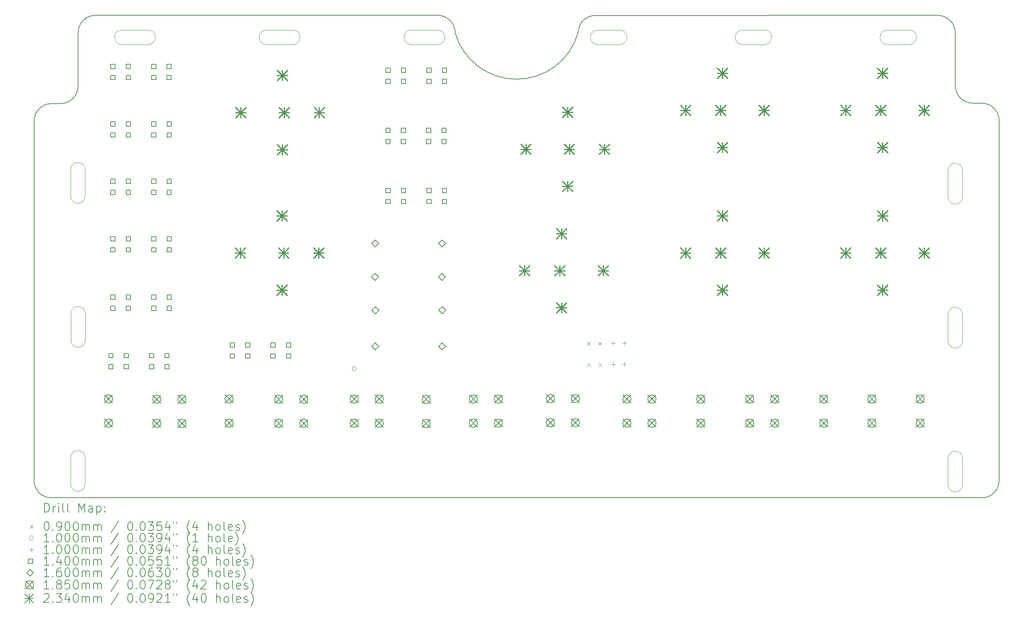
<source format=gbr>
%TF.GenerationSoftware,KiCad,Pcbnew,7.0.1-0*%
%TF.CreationDate,2023-10-01T21:07:36+01:00*%
%TF.ProjectId,12v-front-pcb,3132762d-6672-46f6-9e74-2d7063622e6b,rev?*%
%TF.SameCoordinates,Original*%
%TF.FileFunction,Drillmap*%
%TF.FilePolarity,Positive*%
%FSLAX45Y45*%
G04 Gerber Fmt 4.5, Leading zero omitted, Abs format (unit mm)*
G04 Created by KiCad (PCBNEW 7.0.1-0) date 2023-10-01 21:07:36*
%MOMM*%
%LPD*%
G01*
G04 APERTURE LIST*
%ADD10C,0.050000*%
%ADD11C,0.200000*%
%ADD12C,0.090000*%
%ADD13C,0.100000*%
%ADD14C,0.140000*%
%ADD15C,0.160000*%
%ADD16C,0.185000*%
%ADD17C,0.234000*%
G04 APERTURE END LIST*
D10*
X27365000Y-18003797D02*
G75*
G03*
X27035000Y-18003797I-165000J0D01*
G01*
X7037691Y-17985888D02*
X7037691Y-18585888D01*
D11*
X6200000Y-13595300D02*
X6200000Y-21784000D01*
D10*
X12100000Y-11849000D02*
G75*
G03*
X12100000Y-11519000I0J165000D01*
G01*
X19050000Y-11519000D02*
X19550000Y-11519000D01*
D11*
X19000000Y-11186000D02*
X26800000Y-11184000D01*
X27200000Y-11584000D02*
G75*
G03*
X26800000Y-11184000I-400000J0D01*
G01*
D10*
X7036297Y-21269184D02*
X7036297Y-21869184D01*
X27365000Y-18003797D02*
X27365000Y-18603797D01*
X19050000Y-11849000D02*
X19550000Y-11849000D01*
X11500000Y-11849000D02*
X12100000Y-11849000D01*
X27364767Y-14721795D02*
X27364767Y-15321795D01*
X8200000Y-11519000D02*
G75*
G03*
X8200000Y-11849000I0J-165000D01*
G01*
D11*
X6600000Y-13195300D02*
G75*
G03*
X6200000Y-13595300I0J-400000D01*
G01*
X6600000Y-13195300D02*
X6803440Y-13195300D01*
D10*
X27365000Y-21285000D02*
X27365000Y-21885000D01*
X8800000Y-11849000D02*
G75*
G03*
X8800000Y-11519000I0J165000D01*
G01*
D11*
X27200000Y-12785140D02*
G75*
G03*
X27600000Y-13185140I400000J0D01*
G01*
D10*
X22350000Y-11849000D02*
X22850000Y-11849000D01*
D11*
X28200000Y-13585140D02*
X28200000Y-21784000D01*
X19000000Y-11186000D02*
G75*
G03*
X18600000Y-11586000I0J-400000D01*
G01*
D10*
X8200000Y-11849000D02*
X8800000Y-11849000D01*
D11*
X27600000Y-13185140D02*
X27800000Y-13185140D01*
D10*
X7367691Y-17985888D02*
G75*
G03*
X7037691Y-17985888I-165000J0D01*
G01*
X7365000Y-14703961D02*
G75*
G03*
X7035000Y-14703961I-165000J0D01*
G01*
X22350000Y-11519000D02*
X22850000Y-11519000D01*
D11*
X27800000Y-22184000D02*
X6600000Y-22184000D01*
X7603440Y-11184000D02*
G75*
G03*
X7203440Y-11584000I0J-400000D01*
G01*
D10*
X11500000Y-11519000D02*
X12100000Y-11519000D01*
X26150000Y-11849000D02*
G75*
G03*
X26150000Y-11519000I0J165000D01*
G01*
X14800000Y-11519000D02*
X15400000Y-11519000D01*
X7036297Y-21869184D02*
G75*
G03*
X7366297Y-21869184I165000J0D01*
G01*
X27035000Y-21285000D02*
X27035000Y-21885000D01*
X7366297Y-21269184D02*
X7366297Y-21869184D01*
X27035000Y-18603797D02*
G75*
G03*
X27365000Y-18603797I165000J0D01*
G01*
X25650000Y-11849000D02*
X26150000Y-11849000D01*
D11*
X15799471Y-11584151D02*
G75*
G03*
X18600000Y-11586000I1400530J400935D01*
G01*
D10*
X7365000Y-14703961D02*
X7365000Y-15303961D01*
D11*
X7203440Y-12795300D02*
X7203440Y-11584000D01*
X6200000Y-21784000D02*
G75*
G03*
X6600000Y-22184000I400000J0D01*
G01*
D10*
X27365000Y-21285000D02*
G75*
G03*
X27035000Y-21285000I-165000J0D01*
G01*
X27364767Y-14721795D02*
G75*
G03*
X27034767Y-14721795I-165000J0D01*
G01*
X15400000Y-11849000D02*
G75*
G03*
X15400000Y-11519000I0J165000D01*
G01*
X19550000Y-11849000D02*
G75*
G03*
X19550000Y-11519000I0J165000D01*
G01*
X7035000Y-14703961D02*
X7035000Y-15303961D01*
X8200000Y-11519000D02*
X8800000Y-11519000D01*
X27034767Y-15321795D02*
G75*
G03*
X27364767Y-15321795I165000J0D01*
G01*
D11*
X6803440Y-13195300D02*
G75*
G03*
X7203440Y-12795300I0J400000D01*
G01*
D10*
X14800000Y-11849000D02*
X15400000Y-11849000D01*
D11*
X27800000Y-22184000D02*
G75*
G03*
X28200000Y-21784000I0J400000D01*
G01*
X15400000Y-11184000D02*
X7603440Y-11184000D01*
D10*
X27034767Y-14721795D02*
X27034767Y-15321795D01*
D11*
X27200000Y-11584000D02*
X27200000Y-12785140D01*
D10*
X27035000Y-18003797D02*
X27035000Y-18603797D01*
X22350000Y-11519000D02*
G75*
G03*
X22350000Y-11849000I0J-165000D01*
G01*
X22850000Y-11849000D02*
G75*
G03*
X22850000Y-11519000I0J165000D01*
G01*
D11*
X28200000Y-13585140D02*
G75*
G03*
X27800000Y-13185140I-400000J0D01*
G01*
D10*
X7037691Y-18585888D02*
G75*
G03*
X7367691Y-18585888I165000J0D01*
G01*
X27035000Y-21885000D02*
G75*
G03*
X27365000Y-21885000I165000J0D01*
G01*
X25650000Y-11519000D02*
X26150000Y-11519000D01*
X7367691Y-17985888D02*
X7367691Y-18585888D01*
X7035000Y-15303961D02*
G75*
G03*
X7365000Y-15303961I165000J0D01*
G01*
X14800000Y-11519000D02*
G75*
G03*
X14800000Y-11849000I0J-165000D01*
G01*
X7366297Y-21269184D02*
G75*
G03*
X7036297Y-21269184I-165000J0D01*
G01*
X11500000Y-11519000D02*
G75*
G03*
X11500000Y-11849000I0J-165000D01*
G01*
X19050000Y-11519000D02*
G75*
G03*
X19050000Y-11849000I0J-165000D01*
G01*
D11*
X15800000Y-11584000D02*
G75*
G03*
X15400000Y-11184000I-400000J0D01*
G01*
D10*
X25650000Y-11519000D02*
G75*
G03*
X25650000Y-11849000I0J-165000D01*
G01*
D11*
D12*
X18800260Y-18626391D02*
X18890260Y-18716391D01*
X18890260Y-18626391D02*
X18800260Y-18716391D01*
X18802775Y-19109166D02*
X18892775Y-19199166D01*
X18892775Y-19109166D02*
X18802775Y-19199166D01*
X19054260Y-18626391D02*
X19144260Y-18716391D01*
X19144260Y-18626391D02*
X19054260Y-18716391D01*
X19056775Y-19109166D02*
X19146775Y-19199166D01*
X19146775Y-19109166D02*
X19056775Y-19199166D01*
D13*
X13550000Y-19240050D02*
G75*
G03*
X13550000Y-19240050I-50000J0D01*
G01*
X19400000Y-18607807D02*
X19400000Y-18707807D01*
X19350000Y-18657807D02*
X19450000Y-18657807D01*
X19404836Y-19087045D02*
X19404836Y-19187045D01*
X19354836Y-19137045D02*
X19454836Y-19137045D01*
X19654000Y-18607807D02*
X19654000Y-18707807D01*
X19604000Y-18657807D02*
X19704000Y-18657807D01*
X19658836Y-19087045D02*
X19658836Y-19187045D01*
X19608836Y-19137045D02*
X19708836Y-19137045D01*
D14*
X7999698Y-18990278D02*
X7999698Y-18891282D01*
X7900702Y-18891282D01*
X7900702Y-18990278D01*
X7999698Y-18990278D01*
X7999698Y-19240278D02*
X7999698Y-19141282D01*
X7900702Y-19141282D01*
X7900702Y-19240278D01*
X7999698Y-19240278D01*
X8047711Y-12399253D02*
X8047711Y-12300258D01*
X7948715Y-12300258D01*
X7948715Y-12399253D01*
X8047711Y-12399253D01*
X8047711Y-12649253D02*
X8047711Y-12550258D01*
X7948715Y-12550258D01*
X7948715Y-12649253D01*
X8047711Y-12649253D01*
X8049498Y-13712158D02*
X8049498Y-13613162D01*
X7950502Y-13613162D01*
X7950502Y-13712158D01*
X8049498Y-13712158D01*
X8049498Y-13962158D02*
X8049498Y-13863162D01*
X7950502Y-13863162D01*
X7950502Y-13962158D01*
X8049498Y-13962158D01*
X8049498Y-15017932D02*
X8049498Y-14918936D01*
X7950502Y-14918936D01*
X7950502Y-15017932D01*
X8049498Y-15017932D01*
X8049498Y-15267932D02*
X8049498Y-15168936D01*
X7950502Y-15168936D01*
X7950502Y-15267932D01*
X8049498Y-15267932D01*
X8049498Y-16328358D02*
X8049498Y-16229362D01*
X7950502Y-16229362D01*
X7950502Y-16328358D01*
X8049498Y-16328358D01*
X8049498Y-16578358D02*
X8049498Y-16479362D01*
X7950502Y-16479362D01*
X7950502Y-16578358D01*
X8049498Y-16578358D01*
X8049498Y-17659318D02*
X8049498Y-17560322D01*
X7950502Y-17560322D01*
X7950502Y-17659318D01*
X8049498Y-17659318D01*
X8049498Y-17909318D02*
X8049498Y-17810322D01*
X7950502Y-17810322D01*
X7950502Y-17909318D01*
X8049498Y-17909318D01*
X8349698Y-18990278D02*
X8349698Y-18891282D01*
X8250702Y-18891282D01*
X8250702Y-18990278D01*
X8349698Y-18990278D01*
X8349698Y-19240278D02*
X8349698Y-19141282D01*
X8250702Y-19141282D01*
X8250702Y-19240278D01*
X8349698Y-19240278D01*
X8397711Y-12399253D02*
X8397711Y-12300258D01*
X8298715Y-12300258D01*
X8298715Y-12399253D01*
X8397711Y-12399253D01*
X8397711Y-12649253D02*
X8397711Y-12550258D01*
X8298715Y-12550258D01*
X8298715Y-12649253D01*
X8397711Y-12649253D01*
X8399498Y-13712158D02*
X8399498Y-13613162D01*
X8300502Y-13613162D01*
X8300502Y-13712158D01*
X8399498Y-13712158D01*
X8399498Y-13962158D02*
X8399498Y-13863162D01*
X8300502Y-13863162D01*
X8300502Y-13962158D01*
X8399498Y-13962158D01*
X8399498Y-15017932D02*
X8399498Y-14918936D01*
X8300502Y-14918936D01*
X8300502Y-15017932D01*
X8399498Y-15017932D01*
X8399498Y-15267932D02*
X8399498Y-15168936D01*
X8300502Y-15168936D01*
X8300502Y-15267932D01*
X8399498Y-15267932D01*
X8399498Y-16328358D02*
X8399498Y-16229362D01*
X8300502Y-16229362D01*
X8300502Y-16328358D01*
X8399498Y-16328358D01*
X8399498Y-16578358D02*
X8399498Y-16479362D01*
X8300502Y-16479362D01*
X8300502Y-16578358D01*
X8399498Y-16578358D01*
X8399498Y-17659318D02*
X8399498Y-17560322D01*
X8300502Y-17560322D01*
X8300502Y-17659318D01*
X8399498Y-17659318D01*
X8399498Y-17909318D02*
X8399498Y-17810322D01*
X8300502Y-17810322D01*
X8300502Y-17909318D01*
X8399498Y-17909318D01*
X8929698Y-18990278D02*
X8929698Y-18891282D01*
X8830702Y-18891282D01*
X8830702Y-18990278D01*
X8929698Y-18990278D01*
X8929698Y-19240278D02*
X8929698Y-19141282D01*
X8830702Y-19141282D01*
X8830702Y-19240278D01*
X8929698Y-19240278D01*
X8977711Y-12399253D02*
X8977711Y-12300258D01*
X8878715Y-12300258D01*
X8878715Y-12399253D01*
X8977711Y-12399253D01*
X8977711Y-12649253D02*
X8977711Y-12550258D01*
X8878715Y-12550258D01*
X8878715Y-12649253D01*
X8977711Y-12649253D01*
X8979498Y-13712158D02*
X8979498Y-13613162D01*
X8880502Y-13613162D01*
X8880502Y-13712158D01*
X8979498Y-13712158D01*
X8979498Y-13962158D02*
X8979498Y-13863162D01*
X8880502Y-13863162D01*
X8880502Y-13962158D01*
X8979498Y-13962158D01*
X8979498Y-15017932D02*
X8979498Y-14918936D01*
X8880502Y-14918936D01*
X8880502Y-15017932D01*
X8979498Y-15017932D01*
X8979498Y-15267932D02*
X8979498Y-15168936D01*
X8880502Y-15168936D01*
X8880502Y-15267932D01*
X8979498Y-15267932D01*
X8979498Y-16328358D02*
X8979498Y-16229362D01*
X8880502Y-16229362D01*
X8880502Y-16328358D01*
X8979498Y-16328358D01*
X8979498Y-16578358D02*
X8979498Y-16479362D01*
X8880502Y-16479362D01*
X8880502Y-16578358D01*
X8979498Y-16578358D01*
X8979498Y-17659318D02*
X8979498Y-17560322D01*
X8880502Y-17560322D01*
X8880502Y-17659318D01*
X8979498Y-17659318D01*
X8979498Y-17909318D02*
X8979498Y-17810322D01*
X8880502Y-17810322D01*
X8880502Y-17909318D01*
X8979498Y-17909318D01*
X9279698Y-18990278D02*
X9279698Y-18891282D01*
X9180702Y-18891282D01*
X9180702Y-18990278D01*
X9279698Y-18990278D01*
X9279698Y-19240278D02*
X9279698Y-19141282D01*
X9180702Y-19141282D01*
X9180702Y-19240278D01*
X9279698Y-19240278D01*
X9327711Y-12399253D02*
X9327711Y-12300258D01*
X9228715Y-12300258D01*
X9228715Y-12399253D01*
X9327711Y-12399253D01*
X9327711Y-12649253D02*
X9327711Y-12550258D01*
X9228715Y-12550258D01*
X9228715Y-12649253D01*
X9327711Y-12649253D01*
X9329498Y-13712158D02*
X9329498Y-13613162D01*
X9230502Y-13613162D01*
X9230502Y-13712158D01*
X9329498Y-13712158D01*
X9329498Y-13962158D02*
X9329498Y-13863162D01*
X9230502Y-13863162D01*
X9230502Y-13962158D01*
X9329498Y-13962158D01*
X9329498Y-15017932D02*
X9329498Y-14918936D01*
X9230502Y-14918936D01*
X9230502Y-15017932D01*
X9329498Y-15017932D01*
X9329498Y-15267932D02*
X9329498Y-15168936D01*
X9230502Y-15168936D01*
X9230502Y-15267932D01*
X9329498Y-15267932D01*
X9329498Y-16328358D02*
X9329498Y-16229362D01*
X9230502Y-16229362D01*
X9230502Y-16328358D01*
X9329498Y-16328358D01*
X9329498Y-16578358D02*
X9329498Y-16479362D01*
X9230502Y-16479362D01*
X9230502Y-16578358D01*
X9329498Y-16578358D01*
X9329498Y-17659318D02*
X9329498Y-17560322D01*
X9230502Y-17560322D01*
X9230502Y-17659318D01*
X9329498Y-17659318D01*
X9329498Y-17909318D02*
X9329498Y-17810322D01*
X9230502Y-17810322D01*
X9230502Y-17909318D01*
X9329498Y-17909318D01*
X10769498Y-18749498D02*
X10769498Y-18650502D01*
X10670502Y-18650502D01*
X10670502Y-18749498D01*
X10769498Y-18749498D01*
X10769498Y-18999498D02*
X10769498Y-18900502D01*
X10670502Y-18900502D01*
X10670502Y-18999498D01*
X10769498Y-18999498D01*
X11119498Y-18749498D02*
X11119498Y-18650502D01*
X11020502Y-18650502D01*
X11020502Y-18749498D01*
X11119498Y-18749498D01*
X11119498Y-18999498D02*
X11119498Y-18900502D01*
X11020502Y-18900502D01*
X11020502Y-18999498D01*
X11119498Y-18999498D01*
X11699498Y-18749498D02*
X11699498Y-18650502D01*
X11600502Y-18650502D01*
X11600502Y-18749498D01*
X11699498Y-18749498D01*
X11699498Y-18999498D02*
X11699498Y-18900502D01*
X11600502Y-18900502D01*
X11600502Y-18999498D01*
X11699498Y-18999498D01*
X12049498Y-18749498D02*
X12049498Y-18650502D01*
X11950502Y-18650502D01*
X11950502Y-18749498D01*
X12049498Y-18749498D01*
X12049498Y-18999498D02*
X12049498Y-18900502D01*
X11950502Y-18900502D01*
X11950502Y-18999498D01*
X12049498Y-18999498D01*
X14316318Y-13856938D02*
X14316318Y-13757942D01*
X14217322Y-13757942D01*
X14217322Y-13856938D01*
X14316318Y-13856938D01*
X14316318Y-14106938D02*
X14316318Y-14007942D01*
X14217322Y-14007942D01*
X14217322Y-14106938D01*
X14316318Y-14106938D01*
X14323938Y-12485338D02*
X14323938Y-12386342D01*
X14224942Y-12386342D01*
X14224942Y-12485338D01*
X14323938Y-12485338D01*
X14323938Y-12735338D02*
X14323938Y-12636342D01*
X14224942Y-12636342D01*
X14224942Y-12735338D01*
X14323938Y-12735338D01*
X14323938Y-15227858D02*
X14323938Y-15128862D01*
X14224942Y-15128862D01*
X14224942Y-15227858D01*
X14323938Y-15227858D01*
X14323938Y-15477858D02*
X14323938Y-15378862D01*
X14224942Y-15378862D01*
X14224942Y-15477858D01*
X14323938Y-15477858D01*
X14666318Y-13856938D02*
X14666318Y-13757942D01*
X14567322Y-13757942D01*
X14567322Y-13856938D01*
X14666318Y-13856938D01*
X14666318Y-14106938D02*
X14666318Y-14007942D01*
X14567322Y-14007942D01*
X14567322Y-14106938D01*
X14666318Y-14106938D01*
X14673938Y-12485338D02*
X14673938Y-12386342D01*
X14574942Y-12386342D01*
X14574942Y-12485338D01*
X14673938Y-12485338D01*
X14673938Y-12735338D02*
X14673938Y-12636342D01*
X14574942Y-12636342D01*
X14574942Y-12735338D01*
X14673938Y-12735338D01*
X14673938Y-15227858D02*
X14673938Y-15128862D01*
X14574942Y-15128862D01*
X14574942Y-15227858D01*
X14673938Y-15227858D01*
X14673938Y-15477858D02*
X14673938Y-15378862D01*
X14574942Y-15378862D01*
X14574942Y-15477858D01*
X14673938Y-15477858D01*
X15246318Y-13856938D02*
X15246318Y-13757942D01*
X15147322Y-13757942D01*
X15147322Y-13856938D01*
X15246318Y-13856938D01*
X15246318Y-14106938D02*
X15246318Y-14007942D01*
X15147322Y-14007942D01*
X15147322Y-14106938D01*
X15246318Y-14106938D01*
X15253938Y-12485338D02*
X15253938Y-12386342D01*
X15154942Y-12386342D01*
X15154942Y-12485338D01*
X15253938Y-12485338D01*
X15253938Y-12735338D02*
X15253938Y-12636342D01*
X15154942Y-12636342D01*
X15154942Y-12735338D01*
X15253938Y-12735338D01*
X15253938Y-15227858D02*
X15253938Y-15128862D01*
X15154942Y-15128862D01*
X15154942Y-15227858D01*
X15253938Y-15227858D01*
X15253938Y-15477858D02*
X15253938Y-15378862D01*
X15154942Y-15378862D01*
X15154942Y-15477858D01*
X15253938Y-15477858D01*
X15596318Y-13856938D02*
X15596318Y-13757942D01*
X15497322Y-13757942D01*
X15497322Y-13856938D01*
X15596318Y-13856938D01*
X15596318Y-14106938D02*
X15596318Y-14007942D01*
X15497322Y-14007942D01*
X15497322Y-14106938D01*
X15596318Y-14106938D01*
X15603938Y-12485338D02*
X15603938Y-12386342D01*
X15504942Y-12386342D01*
X15504942Y-12485338D01*
X15603938Y-12485338D01*
X15603938Y-12735338D02*
X15603938Y-12636342D01*
X15504942Y-12636342D01*
X15504942Y-12735338D01*
X15603938Y-12735338D01*
X15603938Y-15227858D02*
X15603938Y-15128862D01*
X15504942Y-15128862D01*
X15504942Y-15227858D01*
X15603938Y-15227858D01*
X15603938Y-15477858D02*
X15603938Y-15378862D01*
X15504942Y-15378862D01*
X15504942Y-15477858D01*
X15603938Y-15477858D01*
D15*
X13974012Y-17223785D02*
X14054012Y-17143785D01*
X13974012Y-17063785D01*
X13894012Y-17143785D01*
X13974012Y-17223785D01*
X13976000Y-16463000D02*
X14056000Y-16383000D01*
X13976000Y-16303000D01*
X13896000Y-16383000D01*
X13976000Y-16463000D01*
X13978131Y-18810053D02*
X14058131Y-18730053D01*
X13978131Y-18650053D01*
X13898131Y-18730053D01*
X13978131Y-18810053D01*
X13982497Y-17985084D02*
X14062497Y-17905084D01*
X13982497Y-17825084D01*
X13902497Y-17905084D01*
X13982497Y-17985084D01*
X15498012Y-17223785D02*
X15578012Y-17143785D01*
X15498012Y-17063785D01*
X15418012Y-17143785D01*
X15498012Y-17223785D01*
X15500000Y-16463000D02*
X15580000Y-16383000D01*
X15500000Y-16303000D01*
X15420000Y-16383000D01*
X15500000Y-16463000D01*
X15502131Y-18810053D02*
X15582131Y-18730053D01*
X15502131Y-18650053D01*
X15422131Y-18730053D01*
X15502131Y-18810053D01*
X15506497Y-17985084D02*
X15586497Y-17905084D01*
X15506497Y-17825084D01*
X15426497Y-17905084D01*
X15506497Y-17985084D01*
D16*
X7807500Y-19834980D02*
X7992500Y-20019980D01*
X7992500Y-19834980D02*
X7807500Y-20019980D01*
X7992500Y-19927480D02*
G75*
G03*
X7992500Y-19927480I-92500J0D01*
G01*
X7807500Y-20384980D02*
X7992500Y-20569980D01*
X7992500Y-20384980D02*
X7807500Y-20569980D01*
X7992500Y-20477480D02*
G75*
G03*
X7992500Y-20477480I-92500J0D01*
G01*
X8907500Y-19842600D02*
X9092500Y-20027600D01*
X9092500Y-19842600D02*
X8907500Y-20027600D01*
X9092500Y-19935100D02*
G75*
G03*
X9092500Y-19935100I-92500J0D01*
G01*
X8907500Y-20392600D02*
X9092500Y-20577600D01*
X9092500Y-20392600D02*
X8907500Y-20577600D01*
X9092500Y-20485100D02*
G75*
G03*
X9092500Y-20485100I-92500J0D01*
G01*
X9477500Y-19842600D02*
X9662500Y-20027600D01*
X9662500Y-19842600D02*
X9477500Y-20027600D01*
X9662500Y-19935100D02*
G75*
G03*
X9662500Y-19935100I-92500J0D01*
G01*
X9477500Y-20392600D02*
X9662500Y-20577600D01*
X9662500Y-20392600D02*
X9477500Y-20577600D01*
X9662500Y-20485100D02*
G75*
G03*
X9662500Y-20485100I-92500J0D01*
G01*
X10553264Y-19837500D02*
X10738264Y-20022500D01*
X10738264Y-19837500D02*
X10553264Y-20022500D01*
X10738264Y-19930000D02*
G75*
G03*
X10738264Y-19930000I-92500J0D01*
G01*
X10553264Y-20387500D02*
X10738264Y-20572500D01*
X10738264Y-20387500D02*
X10553264Y-20572500D01*
X10738264Y-20480000D02*
G75*
G03*
X10738264Y-20480000I-92500J0D01*
G01*
X11685417Y-19841460D02*
X11870417Y-20026460D01*
X11870417Y-19841460D02*
X11685417Y-20026460D01*
X11870417Y-19933960D02*
G75*
G03*
X11870417Y-19933960I-92500J0D01*
G01*
X11685417Y-20391460D02*
X11870417Y-20576460D01*
X11870417Y-20391460D02*
X11685417Y-20576460D01*
X11870417Y-20483960D02*
G75*
G03*
X11870417Y-20483960I-92500J0D01*
G01*
X12255417Y-19841460D02*
X12440417Y-20026460D01*
X12440417Y-19841460D02*
X12255417Y-20026460D01*
X12440417Y-19933960D02*
G75*
G03*
X12440417Y-19933960I-92500J0D01*
G01*
X12255417Y-20391460D02*
X12440417Y-20576460D01*
X12440417Y-20391460D02*
X12255417Y-20576460D01*
X12440417Y-20483960D02*
G75*
G03*
X12440417Y-20483960I-92500J0D01*
G01*
X13407500Y-19838597D02*
X13592500Y-20023597D01*
X13592500Y-19838597D02*
X13407500Y-20023597D01*
X13592500Y-19931097D02*
G75*
G03*
X13592500Y-19931097I-92500J0D01*
G01*
X13407500Y-20388597D02*
X13592500Y-20573597D01*
X13592500Y-20388597D02*
X13407500Y-20573597D01*
X13592500Y-20481097D02*
G75*
G03*
X13592500Y-20481097I-92500J0D01*
G01*
X13977500Y-19838597D02*
X14162500Y-20023597D01*
X14162500Y-19838597D02*
X13977500Y-20023597D01*
X14162500Y-19931097D02*
G75*
G03*
X14162500Y-19931097I-92500J0D01*
G01*
X13977500Y-20388597D02*
X14162500Y-20573597D01*
X14162500Y-20388597D02*
X13977500Y-20573597D01*
X14162500Y-20481097D02*
G75*
G03*
X14162500Y-20481097I-92500J0D01*
G01*
X15047689Y-19846917D02*
X15232689Y-20031917D01*
X15232689Y-19846917D02*
X15047689Y-20031917D01*
X15232689Y-19939417D02*
G75*
G03*
X15232689Y-19939417I-92500J0D01*
G01*
X15047689Y-20396917D02*
X15232689Y-20581917D01*
X15232689Y-20396917D02*
X15047689Y-20581917D01*
X15232689Y-20489417D02*
G75*
G03*
X15232689Y-20489417I-92500J0D01*
G01*
X16122500Y-19837500D02*
X16307500Y-20022500D01*
X16307500Y-19837500D02*
X16122500Y-20022500D01*
X16307500Y-19930000D02*
G75*
G03*
X16307500Y-19930000I-92500J0D01*
G01*
X16122500Y-20387500D02*
X16307500Y-20572500D01*
X16307500Y-20387500D02*
X16122500Y-20572500D01*
X16307500Y-20480000D02*
G75*
G03*
X16307500Y-20480000I-92500J0D01*
G01*
X16692500Y-19837500D02*
X16877500Y-20022500D01*
X16877500Y-19837500D02*
X16692500Y-20022500D01*
X16877500Y-19930000D02*
G75*
G03*
X16877500Y-19930000I-92500J0D01*
G01*
X16692500Y-20387500D02*
X16877500Y-20572500D01*
X16877500Y-20387500D02*
X16692500Y-20572500D01*
X16877500Y-20480000D02*
G75*
G03*
X16877500Y-20480000I-92500J0D01*
G01*
X17878241Y-19829204D02*
X18063241Y-20014204D01*
X18063241Y-19829204D02*
X17878241Y-20014204D01*
X18063241Y-19921704D02*
G75*
G03*
X18063241Y-19921704I-92500J0D01*
G01*
X17878241Y-20379204D02*
X18063241Y-20564204D01*
X18063241Y-20379204D02*
X17878241Y-20564204D01*
X18063241Y-20471704D02*
G75*
G03*
X18063241Y-20471704I-92500J0D01*
G01*
X18448241Y-19829204D02*
X18633241Y-20014204D01*
X18633241Y-19829204D02*
X18448241Y-20014204D01*
X18633241Y-19921704D02*
G75*
G03*
X18633241Y-19921704I-92500J0D01*
G01*
X18448241Y-20379204D02*
X18633241Y-20564204D01*
X18633241Y-20379204D02*
X18448241Y-20564204D01*
X18633241Y-20471704D02*
G75*
G03*
X18633241Y-20471704I-92500J0D01*
G01*
X19622500Y-19837500D02*
X19807500Y-20022500D01*
X19807500Y-19837500D02*
X19622500Y-20022500D01*
X19807500Y-19930000D02*
G75*
G03*
X19807500Y-19930000I-92500J0D01*
G01*
X19622500Y-20387500D02*
X19807500Y-20572500D01*
X19807500Y-20387500D02*
X19622500Y-20572500D01*
X19807500Y-20480000D02*
G75*
G03*
X19807500Y-20480000I-92500J0D01*
G01*
X20192500Y-19837500D02*
X20377500Y-20022500D01*
X20377500Y-19837500D02*
X20192500Y-20022500D01*
X20377500Y-19930000D02*
G75*
G03*
X20377500Y-19930000I-92500J0D01*
G01*
X20192500Y-20387500D02*
X20377500Y-20572500D01*
X20377500Y-20387500D02*
X20192500Y-20572500D01*
X20377500Y-20480000D02*
G75*
G03*
X20377500Y-20480000I-92500J0D01*
G01*
X21307500Y-19837500D02*
X21492500Y-20022500D01*
X21492500Y-19837500D02*
X21307500Y-20022500D01*
X21492500Y-19930000D02*
G75*
G03*
X21492500Y-19930000I-92500J0D01*
G01*
X21307500Y-20387500D02*
X21492500Y-20572500D01*
X21492500Y-20387500D02*
X21307500Y-20572500D01*
X21492500Y-20480000D02*
G75*
G03*
X21492500Y-20480000I-92500J0D01*
G01*
X22422500Y-19837500D02*
X22607500Y-20022500D01*
X22607500Y-19837500D02*
X22422500Y-20022500D01*
X22607500Y-19930000D02*
G75*
G03*
X22607500Y-19930000I-92500J0D01*
G01*
X22422500Y-20387500D02*
X22607500Y-20572500D01*
X22607500Y-20387500D02*
X22422500Y-20572500D01*
X22607500Y-20480000D02*
G75*
G03*
X22607500Y-20480000I-92500J0D01*
G01*
X22992500Y-19837500D02*
X23177500Y-20022500D01*
X23177500Y-19837500D02*
X22992500Y-20022500D01*
X23177500Y-19930000D02*
G75*
G03*
X23177500Y-19930000I-92500J0D01*
G01*
X22992500Y-20387500D02*
X23177500Y-20572500D01*
X23177500Y-20387500D02*
X22992500Y-20572500D01*
X23177500Y-20480000D02*
G75*
G03*
X23177500Y-20480000I-92500J0D01*
G01*
X24107500Y-19837500D02*
X24292500Y-20022500D01*
X24292500Y-19837500D02*
X24107500Y-20022500D01*
X24292500Y-19930000D02*
G75*
G03*
X24292500Y-19930000I-92500J0D01*
G01*
X24107500Y-20387500D02*
X24292500Y-20572500D01*
X24292500Y-20387500D02*
X24107500Y-20572500D01*
X24292500Y-20480000D02*
G75*
G03*
X24292500Y-20480000I-92500J0D01*
G01*
X25207500Y-19837500D02*
X25392500Y-20022500D01*
X25392500Y-19837500D02*
X25207500Y-20022500D01*
X25392500Y-19930000D02*
G75*
G03*
X25392500Y-19930000I-92500J0D01*
G01*
X25207500Y-20387500D02*
X25392500Y-20572500D01*
X25392500Y-20387500D02*
X25207500Y-20572500D01*
X25392500Y-20480000D02*
G75*
G03*
X25392500Y-20480000I-92500J0D01*
G01*
X26307500Y-19837500D02*
X26492500Y-20022500D01*
X26492500Y-19837500D02*
X26307500Y-20022500D01*
X26492500Y-19930000D02*
G75*
G03*
X26492500Y-19930000I-92500J0D01*
G01*
X26307500Y-20387500D02*
X26492500Y-20572500D01*
X26492500Y-20387500D02*
X26307500Y-20572500D01*
X26492500Y-20480000D02*
G75*
G03*
X26492500Y-20480000I-92500J0D01*
G01*
D17*
X10781800Y-16483000D02*
X11015800Y-16717000D01*
X11015800Y-16483000D02*
X10781800Y-16717000D01*
X10898800Y-16483000D02*
X10898800Y-16717000D01*
X10781800Y-16600000D02*
X11015800Y-16600000D01*
X10792000Y-13283000D02*
X11026000Y-13517000D01*
X11026000Y-13283000D02*
X10792000Y-13517000D01*
X10909000Y-13283000D02*
X10909000Y-13517000D01*
X10792000Y-13400000D02*
X11026000Y-13400000D01*
X11731800Y-15638000D02*
X11965800Y-15872000D01*
X11965800Y-15638000D02*
X11731800Y-15872000D01*
X11848800Y-15638000D02*
X11848800Y-15872000D01*
X11731800Y-15755000D02*
X11965800Y-15755000D01*
X11731800Y-17328000D02*
X11965800Y-17562000D01*
X11965800Y-17328000D02*
X11731800Y-17562000D01*
X11848800Y-17328000D02*
X11848800Y-17562000D01*
X11731800Y-17445000D02*
X11965800Y-17445000D01*
X11742000Y-12438000D02*
X11976000Y-12672000D01*
X11976000Y-12438000D02*
X11742000Y-12672000D01*
X11859000Y-12438000D02*
X11859000Y-12672000D01*
X11742000Y-12555000D02*
X11976000Y-12555000D01*
X11742000Y-14128000D02*
X11976000Y-14362000D01*
X11976000Y-14128000D02*
X11742000Y-14362000D01*
X11859000Y-14128000D02*
X11859000Y-14362000D01*
X11742000Y-14245000D02*
X11976000Y-14245000D01*
X11772800Y-16483000D02*
X12006800Y-16717000D01*
X12006800Y-16483000D02*
X11772800Y-16717000D01*
X11889800Y-16483000D02*
X11889800Y-16717000D01*
X11772800Y-16600000D02*
X12006800Y-16600000D01*
X11783000Y-13283000D02*
X12017000Y-13517000D01*
X12017000Y-13283000D02*
X11783000Y-13517000D01*
X11900000Y-13283000D02*
X11900000Y-13517000D01*
X11783000Y-13400000D02*
X12017000Y-13400000D01*
X12572800Y-16483000D02*
X12806800Y-16717000D01*
X12806800Y-16483000D02*
X12572800Y-16717000D01*
X12689800Y-16483000D02*
X12689800Y-16717000D01*
X12572800Y-16600000D02*
X12806800Y-16600000D01*
X12583000Y-13283000D02*
X12817000Y-13517000D01*
X12817000Y-13283000D02*
X12583000Y-13517000D01*
X12700000Y-13283000D02*
X12700000Y-13517000D01*
X12583000Y-13400000D02*
X12817000Y-13400000D01*
X17264433Y-16886762D02*
X17498433Y-17120762D01*
X17498433Y-16886762D02*
X17264433Y-17120762D01*
X17381433Y-16886762D02*
X17381433Y-17120762D01*
X17264433Y-17003762D02*
X17498433Y-17003762D01*
X17292000Y-14117636D02*
X17526000Y-14351636D01*
X17526000Y-14117636D02*
X17292000Y-14351636D01*
X17409000Y-14117636D02*
X17409000Y-14351636D01*
X17292000Y-14234636D02*
X17526000Y-14234636D01*
X18064433Y-16886762D02*
X18298433Y-17120762D01*
X18298433Y-16886762D02*
X18064433Y-17120762D01*
X18181433Y-16886762D02*
X18181433Y-17120762D01*
X18064433Y-17003762D02*
X18298433Y-17003762D01*
X18105433Y-16041761D02*
X18339433Y-16275761D01*
X18339433Y-16041761D02*
X18105433Y-16275761D01*
X18222433Y-16041761D02*
X18222433Y-16275761D01*
X18105433Y-16158761D02*
X18339433Y-16158761D01*
X18105433Y-17731762D02*
X18339433Y-17965762D01*
X18339433Y-17731762D02*
X18105433Y-17965762D01*
X18222433Y-17731762D02*
X18222433Y-17965762D01*
X18105433Y-17848762D02*
X18339433Y-17848762D01*
X18242000Y-13272636D02*
X18476000Y-13506636D01*
X18476000Y-13272636D02*
X18242000Y-13506636D01*
X18359000Y-13272636D02*
X18359000Y-13506636D01*
X18242000Y-13389636D02*
X18476000Y-13389636D01*
X18242000Y-14962636D02*
X18476000Y-15196636D01*
X18476000Y-14962636D02*
X18242000Y-15196636D01*
X18359000Y-14962636D02*
X18359000Y-15196636D01*
X18242000Y-15079636D02*
X18476000Y-15079636D01*
X18283000Y-14117636D02*
X18517000Y-14351636D01*
X18517000Y-14117636D02*
X18283000Y-14351636D01*
X18400000Y-14117636D02*
X18400000Y-14351636D01*
X18283000Y-14234636D02*
X18517000Y-14234636D01*
X19055433Y-16886762D02*
X19289433Y-17120762D01*
X19289433Y-16886762D02*
X19055433Y-17120762D01*
X19172433Y-16886762D02*
X19172433Y-17120762D01*
X19055433Y-17003762D02*
X19289433Y-17003762D01*
X19083000Y-14117636D02*
X19317000Y-14351636D01*
X19317000Y-14117636D02*
X19083000Y-14351636D01*
X19200000Y-14117636D02*
X19200000Y-14351636D01*
X19083000Y-14234636D02*
X19317000Y-14234636D01*
X20933000Y-13233000D02*
X21167000Y-13467000D01*
X21167000Y-13233000D02*
X20933000Y-13467000D01*
X21050000Y-13233000D02*
X21050000Y-13467000D01*
X20933000Y-13350000D02*
X21167000Y-13350000D01*
X20933000Y-16483000D02*
X21167000Y-16717000D01*
X21167000Y-16483000D02*
X20933000Y-16717000D01*
X21050000Y-16483000D02*
X21050000Y-16717000D01*
X20933000Y-16600000D02*
X21167000Y-16600000D01*
X21733000Y-13233000D02*
X21967000Y-13467000D01*
X21967000Y-13233000D02*
X21733000Y-13467000D01*
X21850000Y-13233000D02*
X21850000Y-13467000D01*
X21733000Y-13350000D02*
X21967000Y-13350000D01*
X21733000Y-16483000D02*
X21967000Y-16717000D01*
X21967000Y-16483000D02*
X21733000Y-16717000D01*
X21850000Y-16483000D02*
X21850000Y-16717000D01*
X21733000Y-16600000D02*
X21967000Y-16600000D01*
X21774000Y-12388000D02*
X22008000Y-12622000D01*
X22008000Y-12388000D02*
X21774000Y-12622000D01*
X21891000Y-12388000D02*
X21891000Y-12622000D01*
X21774000Y-12505000D02*
X22008000Y-12505000D01*
X21774000Y-14078000D02*
X22008000Y-14312000D01*
X22008000Y-14078000D02*
X21774000Y-14312000D01*
X21891000Y-14078000D02*
X21891000Y-14312000D01*
X21774000Y-14195000D02*
X22008000Y-14195000D01*
X21774000Y-15638000D02*
X22008000Y-15872000D01*
X22008000Y-15638000D02*
X21774000Y-15872000D01*
X21891000Y-15638000D02*
X21891000Y-15872000D01*
X21774000Y-15755000D02*
X22008000Y-15755000D01*
X21774000Y-17328000D02*
X22008000Y-17562000D01*
X22008000Y-17328000D02*
X21774000Y-17562000D01*
X21891000Y-17328000D02*
X21891000Y-17562000D01*
X21774000Y-17445000D02*
X22008000Y-17445000D01*
X22724000Y-13233000D02*
X22958000Y-13467000D01*
X22958000Y-13233000D02*
X22724000Y-13467000D01*
X22841000Y-13233000D02*
X22841000Y-13467000D01*
X22724000Y-13350000D02*
X22958000Y-13350000D01*
X22724000Y-16483000D02*
X22958000Y-16717000D01*
X22958000Y-16483000D02*
X22724000Y-16717000D01*
X22841000Y-16483000D02*
X22841000Y-16717000D01*
X22724000Y-16600000D02*
X22958000Y-16600000D01*
X24583000Y-13233000D02*
X24817000Y-13467000D01*
X24817000Y-13233000D02*
X24583000Y-13467000D01*
X24700000Y-13233000D02*
X24700000Y-13467000D01*
X24583000Y-13350000D02*
X24817000Y-13350000D01*
X24583000Y-16483000D02*
X24817000Y-16717000D01*
X24817000Y-16483000D02*
X24583000Y-16717000D01*
X24700000Y-16483000D02*
X24700000Y-16717000D01*
X24583000Y-16600000D02*
X24817000Y-16600000D01*
X25383000Y-13233000D02*
X25617000Y-13467000D01*
X25617000Y-13233000D02*
X25383000Y-13467000D01*
X25500000Y-13233000D02*
X25500000Y-13467000D01*
X25383000Y-13350000D02*
X25617000Y-13350000D01*
X25383000Y-16483000D02*
X25617000Y-16717000D01*
X25617000Y-16483000D02*
X25383000Y-16717000D01*
X25500000Y-16483000D02*
X25500000Y-16717000D01*
X25383000Y-16600000D02*
X25617000Y-16600000D01*
X25424000Y-12388000D02*
X25658000Y-12622000D01*
X25658000Y-12388000D02*
X25424000Y-12622000D01*
X25541000Y-12388000D02*
X25541000Y-12622000D01*
X25424000Y-12505000D02*
X25658000Y-12505000D01*
X25424000Y-14078000D02*
X25658000Y-14312000D01*
X25658000Y-14078000D02*
X25424000Y-14312000D01*
X25541000Y-14078000D02*
X25541000Y-14312000D01*
X25424000Y-14195000D02*
X25658000Y-14195000D01*
X25424000Y-15638000D02*
X25658000Y-15872000D01*
X25658000Y-15638000D02*
X25424000Y-15872000D01*
X25541000Y-15638000D02*
X25541000Y-15872000D01*
X25424000Y-15755000D02*
X25658000Y-15755000D01*
X25424000Y-17328000D02*
X25658000Y-17562000D01*
X25658000Y-17328000D02*
X25424000Y-17562000D01*
X25541000Y-17328000D02*
X25541000Y-17562000D01*
X25424000Y-17445000D02*
X25658000Y-17445000D01*
X26374000Y-13233000D02*
X26608000Y-13467000D01*
X26608000Y-13233000D02*
X26374000Y-13467000D01*
X26491000Y-13233000D02*
X26491000Y-13467000D01*
X26374000Y-13350000D02*
X26608000Y-13350000D01*
X26374000Y-16483000D02*
X26608000Y-16717000D01*
X26608000Y-16483000D02*
X26374000Y-16717000D01*
X26491000Y-16483000D02*
X26491000Y-16717000D01*
X26374000Y-16600000D02*
X26608000Y-16600000D01*
D11*
X6437619Y-22506524D02*
X6437619Y-22306524D01*
X6437619Y-22306524D02*
X6485238Y-22306524D01*
X6485238Y-22306524D02*
X6513809Y-22316048D01*
X6513809Y-22316048D02*
X6532857Y-22335095D01*
X6532857Y-22335095D02*
X6542381Y-22354143D01*
X6542381Y-22354143D02*
X6551905Y-22392238D01*
X6551905Y-22392238D02*
X6551905Y-22420809D01*
X6551905Y-22420809D02*
X6542381Y-22458905D01*
X6542381Y-22458905D02*
X6532857Y-22477952D01*
X6532857Y-22477952D02*
X6513809Y-22497000D01*
X6513809Y-22497000D02*
X6485238Y-22506524D01*
X6485238Y-22506524D02*
X6437619Y-22506524D01*
X6637619Y-22506524D02*
X6637619Y-22373190D01*
X6637619Y-22411286D02*
X6647143Y-22392238D01*
X6647143Y-22392238D02*
X6656667Y-22382714D01*
X6656667Y-22382714D02*
X6675714Y-22373190D01*
X6675714Y-22373190D02*
X6694762Y-22373190D01*
X6761428Y-22506524D02*
X6761428Y-22373190D01*
X6761428Y-22306524D02*
X6751905Y-22316048D01*
X6751905Y-22316048D02*
X6761428Y-22325571D01*
X6761428Y-22325571D02*
X6770952Y-22316048D01*
X6770952Y-22316048D02*
X6761428Y-22306524D01*
X6761428Y-22306524D02*
X6761428Y-22325571D01*
X6885238Y-22506524D02*
X6866190Y-22497000D01*
X6866190Y-22497000D02*
X6856667Y-22477952D01*
X6856667Y-22477952D02*
X6856667Y-22306524D01*
X6990000Y-22506524D02*
X6970952Y-22497000D01*
X6970952Y-22497000D02*
X6961428Y-22477952D01*
X6961428Y-22477952D02*
X6961428Y-22306524D01*
X7218571Y-22506524D02*
X7218571Y-22306524D01*
X7218571Y-22306524D02*
X7285238Y-22449381D01*
X7285238Y-22449381D02*
X7351905Y-22306524D01*
X7351905Y-22306524D02*
X7351905Y-22506524D01*
X7532857Y-22506524D02*
X7532857Y-22401762D01*
X7532857Y-22401762D02*
X7523333Y-22382714D01*
X7523333Y-22382714D02*
X7504286Y-22373190D01*
X7504286Y-22373190D02*
X7466190Y-22373190D01*
X7466190Y-22373190D02*
X7447143Y-22382714D01*
X7532857Y-22497000D02*
X7513809Y-22506524D01*
X7513809Y-22506524D02*
X7466190Y-22506524D01*
X7466190Y-22506524D02*
X7447143Y-22497000D01*
X7447143Y-22497000D02*
X7437619Y-22477952D01*
X7437619Y-22477952D02*
X7437619Y-22458905D01*
X7437619Y-22458905D02*
X7447143Y-22439857D01*
X7447143Y-22439857D02*
X7466190Y-22430333D01*
X7466190Y-22430333D02*
X7513809Y-22430333D01*
X7513809Y-22430333D02*
X7532857Y-22420809D01*
X7628095Y-22373190D02*
X7628095Y-22573190D01*
X7628095Y-22382714D02*
X7647143Y-22373190D01*
X7647143Y-22373190D02*
X7685238Y-22373190D01*
X7685238Y-22373190D02*
X7704286Y-22382714D01*
X7704286Y-22382714D02*
X7713809Y-22392238D01*
X7713809Y-22392238D02*
X7723333Y-22411286D01*
X7723333Y-22411286D02*
X7723333Y-22468428D01*
X7723333Y-22468428D02*
X7713809Y-22487476D01*
X7713809Y-22487476D02*
X7704286Y-22497000D01*
X7704286Y-22497000D02*
X7685238Y-22506524D01*
X7685238Y-22506524D02*
X7647143Y-22506524D01*
X7647143Y-22506524D02*
X7628095Y-22497000D01*
X7809048Y-22487476D02*
X7818571Y-22497000D01*
X7818571Y-22497000D02*
X7809048Y-22506524D01*
X7809048Y-22506524D02*
X7799524Y-22497000D01*
X7799524Y-22497000D02*
X7809048Y-22487476D01*
X7809048Y-22487476D02*
X7809048Y-22506524D01*
X7809048Y-22382714D02*
X7818571Y-22392238D01*
X7818571Y-22392238D02*
X7809048Y-22401762D01*
X7809048Y-22401762D02*
X7799524Y-22392238D01*
X7799524Y-22392238D02*
X7809048Y-22382714D01*
X7809048Y-22382714D02*
X7809048Y-22401762D01*
D12*
X6100000Y-22789000D02*
X6190000Y-22879000D01*
X6190000Y-22789000D02*
X6100000Y-22879000D01*
D11*
X6475714Y-22726524D02*
X6494762Y-22726524D01*
X6494762Y-22726524D02*
X6513809Y-22736048D01*
X6513809Y-22736048D02*
X6523333Y-22745571D01*
X6523333Y-22745571D02*
X6532857Y-22764619D01*
X6532857Y-22764619D02*
X6542381Y-22802714D01*
X6542381Y-22802714D02*
X6542381Y-22850333D01*
X6542381Y-22850333D02*
X6532857Y-22888428D01*
X6532857Y-22888428D02*
X6523333Y-22907476D01*
X6523333Y-22907476D02*
X6513809Y-22917000D01*
X6513809Y-22917000D02*
X6494762Y-22926524D01*
X6494762Y-22926524D02*
X6475714Y-22926524D01*
X6475714Y-22926524D02*
X6456667Y-22917000D01*
X6456667Y-22917000D02*
X6447143Y-22907476D01*
X6447143Y-22907476D02*
X6437619Y-22888428D01*
X6437619Y-22888428D02*
X6428095Y-22850333D01*
X6428095Y-22850333D02*
X6428095Y-22802714D01*
X6428095Y-22802714D02*
X6437619Y-22764619D01*
X6437619Y-22764619D02*
X6447143Y-22745571D01*
X6447143Y-22745571D02*
X6456667Y-22736048D01*
X6456667Y-22736048D02*
X6475714Y-22726524D01*
X6628095Y-22907476D02*
X6637619Y-22917000D01*
X6637619Y-22917000D02*
X6628095Y-22926524D01*
X6628095Y-22926524D02*
X6618571Y-22917000D01*
X6618571Y-22917000D02*
X6628095Y-22907476D01*
X6628095Y-22907476D02*
X6628095Y-22926524D01*
X6732857Y-22926524D02*
X6770952Y-22926524D01*
X6770952Y-22926524D02*
X6790000Y-22917000D01*
X6790000Y-22917000D02*
X6799524Y-22907476D01*
X6799524Y-22907476D02*
X6818571Y-22878905D01*
X6818571Y-22878905D02*
X6828095Y-22840809D01*
X6828095Y-22840809D02*
X6828095Y-22764619D01*
X6828095Y-22764619D02*
X6818571Y-22745571D01*
X6818571Y-22745571D02*
X6809048Y-22736048D01*
X6809048Y-22736048D02*
X6790000Y-22726524D01*
X6790000Y-22726524D02*
X6751905Y-22726524D01*
X6751905Y-22726524D02*
X6732857Y-22736048D01*
X6732857Y-22736048D02*
X6723333Y-22745571D01*
X6723333Y-22745571D02*
X6713809Y-22764619D01*
X6713809Y-22764619D02*
X6713809Y-22812238D01*
X6713809Y-22812238D02*
X6723333Y-22831286D01*
X6723333Y-22831286D02*
X6732857Y-22840809D01*
X6732857Y-22840809D02*
X6751905Y-22850333D01*
X6751905Y-22850333D02*
X6790000Y-22850333D01*
X6790000Y-22850333D02*
X6809048Y-22840809D01*
X6809048Y-22840809D02*
X6818571Y-22831286D01*
X6818571Y-22831286D02*
X6828095Y-22812238D01*
X6951905Y-22726524D02*
X6970952Y-22726524D01*
X6970952Y-22726524D02*
X6990000Y-22736048D01*
X6990000Y-22736048D02*
X6999524Y-22745571D01*
X6999524Y-22745571D02*
X7009048Y-22764619D01*
X7009048Y-22764619D02*
X7018571Y-22802714D01*
X7018571Y-22802714D02*
X7018571Y-22850333D01*
X7018571Y-22850333D02*
X7009048Y-22888428D01*
X7009048Y-22888428D02*
X6999524Y-22907476D01*
X6999524Y-22907476D02*
X6990000Y-22917000D01*
X6990000Y-22917000D02*
X6970952Y-22926524D01*
X6970952Y-22926524D02*
X6951905Y-22926524D01*
X6951905Y-22926524D02*
X6932857Y-22917000D01*
X6932857Y-22917000D02*
X6923333Y-22907476D01*
X6923333Y-22907476D02*
X6913809Y-22888428D01*
X6913809Y-22888428D02*
X6904286Y-22850333D01*
X6904286Y-22850333D02*
X6904286Y-22802714D01*
X6904286Y-22802714D02*
X6913809Y-22764619D01*
X6913809Y-22764619D02*
X6923333Y-22745571D01*
X6923333Y-22745571D02*
X6932857Y-22736048D01*
X6932857Y-22736048D02*
X6951905Y-22726524D01*
X7142381Y-22726524D02*
X7161429Y-22726524D01*
X7161429Y-22726524D02*
X7180476Y-22736048D01*
X7180476Y-22736048D02*
X7190000Y-22745571D01*
X7190000Y-22745571D02*
X7199524Y-22764619D01*
X7199524Y-22764619D02*
X7209048Y-22802714D01*
X7209048Y-22802714D02*
X7209048Y-22850333D01*
X7209048Y-22850333D02*
X7199524Y-22888428D01*
X7199524Y-22888428D02*
X7190000Y-22907476D01*
X7190000Y-22907476D02*
X7180476Y-22917000D01*
X7180476Y-22917000D02*
X7161429Y-22926524D01*
X7161429Y-22926524D02*
X7142381Y-22926524D01*
X7142381Y-22926524D02*
X7123333Y-22917000D01*
X7123333Y-22917000D02*
X7113809Y-22907476D01*
X7113809Y-22907476D02*
X7104286Y-22888428D01*
X7104286Y-22888428D02*
X7094762Y-22850333D01*
X7094762Y-22850333D02*
X7094762Y-22802714D01*
X7094762Y-22802714D02*
X7104286Y-22764619D01*
X7104286Y-22764619D02*
X7113809Y-22745571D01*
X7113809Y-22745571D02*
X7123333Y-22736048D01*
X7123333Y-22736048D02*
X7142381Y-22726524D01*
X7294762Y-22926524D02*
X7294762Y-22793190D01*
X7294762Y-22812238D02*
X7304286Y-22802714D01*
X7304286Y-22802714D02*
X7323333Y-22793190D01*
X7323333Y-22793190D02*
X7351905Y-22793190D01*
X7351905Y-22793190D02*
X7370952Y-22802714D01*
X7370952Y-22802714D02*
X7380476Y-22821762D01*
X7380476Y-22821762D02*
X7380476Y-22926524D01*
X7380476Y-22821762D02*
X7390000Y-22802714D01*
X7390000Y-22802714D02*
X7409048Y-22793190D01*
X7409048Y-22793190D02*
X7437619Y-22793190D01*
X7437619Y-22793190D02*
X7456667Y-22802714D01*
X7456667Y-22802714D02*
X7466190Y-22821762D01*
X7466190Y-22821762D02*
X7466190Y-22926524D01*
X7561429Y-22926524D02*
X7561429Y-22793190D01*
X7561429Y-22812238D02*
X7570952Y-22802714D01*
X7570952Y-22802714D02*
X7590000Y-22793190D01*
X7590000Y-22793190D02*
X7618571Y-22793190D01*
X7618571Y-22793190D02*
X7637619Y-22802714D01*
X7637619Y-22802714D02*
X7647143Y-22821762D01*
X7647143Y-22821762D02*
X7647143Y-22926524D01*
X7647143Y-22821762D02*
X7656667Y-22802714D01*
X7656667Y-22802714D02*
X7675714Y-22793190D01*
X7675714Y-22793190D02*
X7704286Y-22793190D01*
X7704286Y-22793190D02*
X7723333Y-22802714D01*
X7723333Y-22802714D02*
X7732857Y-22821762D01*
X7732857Y-22821762D02*
X7732857Y-22926524D01*
X8123333Y-22717000D02*
X7951905Y-22974143D01*
X8380476Y-22726524D02*
X8399524Y-22726524D01*
X8399524Y-22726524D02*
X8418572Y-22736048D01*
X8418572Y-22736048D02*
X8428095Y-22745571D01*
X8428095Y-22745571D02*
X8437619Y-22764619D01*
X8437619Y-22764619D02*
X8447143Y-22802714D01*
X8447143Y-22802714D02*
X8447143Y-22850333D01*
X8447143Y-22850333D02*
X8437619Y-22888428D01*
X8437619Y-22888428D02*
X8428095Y-22907476D01*
X8428095Y-22907476D02*
X8418572Y-22917000D01*
X8418572Y-22917000D02*
X8399524Y-22926524D01*
X8399524Y-22926524D02*
X8380476Y-22926524D01*
X8380476Y-22926524D02*
X8361429Y-22917000D01*
X8361429Y-22917000D02*
X8351905Y-22907476D01*
X8351905Y-22907476D02*
X8342381Y-22888428D01*
X8342381Y-22888428D02*
X8332857Y-22850333D01*
X8332857Y-22850333D02*
X8332857Y-22802714D01*
X8332857Y-22802714D02*
X8342381Y-22764619D01*
X8342381Y-22764619D02*
X8351905Y-22745571D01*
X8351905Y-22745571D02*
X8361429Y-22736048D01*
X8361429Y-22736048D02*
X8380476Y-22726524D01*
X8532857Y-22907476D02*
X8542381Y-22917000D01*
X8542381Y-22917000D02*
X8532857Y-22926524D01*
X8532857Y-22926524D02*
X8523334Y-22917000D01*
X8523334Y-22917000D02*
X8532857Y-22907476D01*
X8532857Y-22907476D02*
X8532857Y-22926524D01*
X8666191Y-22726524D02*
X8685238Y-22726524D01*
X8685238Y-22726524D02*
X8704286Y-22736048D01*
X8704286Y-22736048D02*
X8713810Y-22745571D01*
X8713810Y-22745571D02*
X8723334Y-22764619D01*
X8723334Y-22764619D02*
X8732857Y-22802714D01*
X8732857Y-22802714D02*
X8732857Y-22850333D01*
X8732857Y-22850333D02*
X8723334Y-22888428D01*
X8723334Y-22888428D02*
X8713810Y-22907476D01*
X8713810Y-22907476D02*
X8704286Y-22917000D01*
X8704286Y-22917000D02*
X8685238Y-22926524D01*
X8685238Y-22926524D02*
X8666191Y-22926524D01*
X8666191Y-22926524D02*
X8647143Y-22917000D01*
X8647143Y-22917000D02*
X8637619Y-22907476D01*
X8637619Y-22907476D02*
X8628095Y-22888428D01*
X8628095Y-22888428D02*
X8618572Y-22850333D01*
X8618572Y-22850333D02*
X8618572Y-22802714D01*
X8618572Y-22802714D02*
X8628095Y-22764619D01*
X8628095Y-22764619D02*
X8637619Y-22745571D01*
X8637619Y-22745571D02*
X8647143Y-22736048D01*
X8647143Y-22736048D02*
X8666191Y-22726524D01*
X8799524Y-22726524D02*
X8923334Y-22726524D01*
X8923334Y-22726524D02*
X8856667Y-22802714D01*
X8856667Y-22802714D02*
X8885238Y-22802714D01*
X8885238Y-22802714D02*
X8904286Y-22812238D01*
X8904286Y-22812238D02*
X8913810Y-22821762D01*
X8913810Y-22821762D02*
X8923334Y-22840809D01*
X8923334Y-22840809D02*
X8923334Y-22888428D01*
X8923334Y-22888428D02*
X8913810Y-22907476D01*
X8913810Y-22907476D02*
X8904286Y-22917000D01*
X8904286Y-22917000D02*
X8885238Y-22926524D01*
X8885238Y-22926524D02*
X8828095Y-22926524D01*
X8828095Y-22926524D02*
X8809048Y-22917000D01*
X8809048Y-22917000D02*
X8799524Y-22907476D01*
X9104286Y-22726524D02*
X9009048Y-22726524D01*
X9009048Y-22726524D02*
X8999524Y-22821762D01*
X8999524Y-22821762D02*
X9009048Y-22812238D01*
X9009048Y-22812238D02*
X9028095Y-22802714D01*
X9028095Y-22802714D02*
X9075715Y-22802714D01*
X9075715Y-22802714D02*
X9094762Y-22812238D01*
X9094762Y-22812238D02*
X9104286Y-22821762D01*
X9104286Y-22821762D02*
X9113810Y-22840809D01*
X9113810Y-22840809D02*
X9113810Y-22888428D01*
X9113810Y-22888428D02*
X9104286Y-22907476D01*
X9104286Y-22907476D02*
X9094762Y-22917000D01*
X9094762Y-22917000D02*
X9075715Y-22926524D01*
X9075715Y-22926524D02*
X9028095Y-22926524D01*
X9028095Y-22926524D02*
X9009048Y-22917000D01*
X9009048Y-22917000D02*
X8999524Y-22907476D01*
X9285238Y-22793190D02*
X9285238Y-22926524D01*
X9237619Y-22717000D02*
X9190000Y-22859857D01*
X9190000Y-22859857D02*
X9313810Y-22859857D01*
X9380476Y-22726524D02*
X9380476Y-22764619D01*
X9456667Y-22726524D02*
X9456667Y-22764619D01*
X9751905Y-23002714D02*
X9742381Y-22993190D01*
X9742381Y-22993190D02*
X9723334Y-22964619D01*
X9723334Y-22964619D02*
X9713810Y-22945571D01*
X9713810Y-22945571D02*
X9704286Y-22917000D01*
X9704286Y-22917000D02*
X9694762Y-22869381D01*
X9694762Y-22869381D02*
X9694762Y-22831286D01*
X9694762Y-22831286D02*
X9704286Y-22783667D01*
X9704286Y-22783667D02*
X9713810Y-22755095D01*
X9713810Y-22755095D02*
X9723334Y-22736048D01*
X9723334Y-22736048D02*
X9742381Y-22707476D01*
X9742381Y-22707476D02*
X9751905Y-22697952D01*
X9913810Y-22793190D02*
X9913810Y-22926524D01*
X9866191Y-22717000D02*
X9818572Y-22859857D01*
X9818572Y-22859857D02*
X9942381Y-22859857D01*
X10170953Y-22926524D02*
X10170953Y-22726524D01*
X10256667Y-22926524D02*
X10256667Y-22821762D01*
X10256667Y-22821762D02*
X10247143Y-22802714D01*
X10247143Y-22802714D02*
X10228096Y-22793190D01*
X10228096Y-22793190D02*
X10199524Y-22793190D01*
X10199524Y-22793190D02*
X10180477Y-22802714D01*
X10180477Y-22802714D02*
X10170953Y-22812238D01*
X10380477Y-22926524D02*
X10361429Y-22917000D01*
X10361429Y-22917000D02*
X10351905Y-22907476D01*
X10351905Y-22907476D02*
X10342381Y-22888428D01*
X10342381Y-22888428D02*
X10342381Y-22831286D01*
X10342381Y-22831286D02*
X10351905Y-22812238D01*
X10351905Y-22812238D02*
X10361429Y-22802714D01*
X10361429Y-22802714D02*
X10380477Y-22793190D01*
X10380477Y-22793190D02*
X10409048Y-22793190D01*
X10409048Y-22793190D02*
X10428096Y-22802714D01*
X10428096Y-22802714D02*
X10437619Y-22812238D01*
X10437619Y-22812238D02*
X10447143Y-22831286D01*
X10447143Y-22831286D02*
X10447143Y-22888428D01*
X10447143Y-22888428D02*
X10437619Y-22907476D01*
X10437619Y-22907476D02*
X10428096Y-22917000D01*
X10428096Y-22917000D02*
X10409048Y-22926524D01*
X10409048Y-22926524D02*
X10380477Y-22926524D01*
X10561429Y-22926524D02*
X10542381Y-22917000D01*
X10542381Y-22917000D02*
X10532858Y-22897952D01*
X10532858Y-22897952D02*
X10532858Y-22726524D01*
X10713810Y-22917000D02*
X10694762Y-22926524D01*
X10694762Y-22926524D02*
X10656667Y-22926524D01*
X10656667Y-22926524D02*
X10637619Y-22917000D01*
X10637619Y-22917000D02*
X10628096Y-22897952D01*
X10628096Y-22897952D02*
X10628096Y-22821762D01*
X10628096Y-22821762D02*
X10637619Y-22802714D01*
X10637619Y-22802714D02*
X10656667Y-22793190D01*
X10656667Y-22793190D02*
X10694762Y-22793190D01*
X10694762Y-22793190D02*
X10713810Y-22802714D01*
X10713810Y-22802714D02*
X10723334Y-22821762D01*
X10723334Y-22821762D02*
X10723334Y-22840809D01*
X10723334Y-22840809D02*
X10628096Y-22859857D01*
X10799524Y-22917000D02*
X10818572Y-22926524D01*
X10818572Y-22926524D02*
X10856667Y-22926524D01*
X10856667Y-22926524D02*
X10875715Y-22917000D01*
X10875715Y-22917000D02*
X10885239Y-22897952D01*
X10885239Y-22897952D02*
X10885239Y-22888428D01*
X10885239Y-22888428D02*
X10875715Y-22869381D01*
X10875715Y-22869381D02*
X10856667Y-22859857D01*
X10856667Y-22859857D02*
X10828096Y-22859857D01*
X10828096Y-22859857D02*
X10809048Y-22850333D01*
X10809048Y-22850333D02*
X10799524Y-22831286D01*
X10799524Y-22831286D02*
X10799524Y-22821762D01*
X10799524Y-22821762D02*
X10809048Y-22802714D01*
X10809048Y-22802714D02*
X10828096Y-22793190D01*
X10828096Y-22793190D02*
X10856667Y-22793190D01*
X10856667Y-22793190D02*
X10875715Y-22802714D01*
X10951905Y-23002714D02*
X10961429Y-22993190D01*
X10961429Y-22993190D02*
X10980477Y-22964619D01*
X10980477Y-22964619D02*
X10990000Y-22945571D01*
X10990000Y-22945571D02*
X10999524Y-22917000D01*
X10999524Y-22917000D02*
X11009048Y-22869381D01*
X11009048Y-22869381D02*
X11009048Y-22831286D01*
X11009048Y-22831286D02*
X10999524Y-22783667D01*
X10999524Y-22783667D02*
X10990000Y-22755095D01*
X10990000Y-22755095D02*
X10980477Y-22736048D01*
X10980477Y-22736048D02*
X10961429Y-22707476D01*
X10961429Y-22707476D02*
X10951905Y-22697952D01*
D13*
X6190000Y-23098000D02*
G75*
G03*
X6190000Y-23098000I-50000J0D01*
G01*
D11*
X6542381Y-23190524D02*
X6428095Y-23190524D01*
X6485238Y-23190524D02*
X6485238Y-22990524D01*
X6485238Y-22990524D02*
X6466190Y-23019095D01*
X6466190Y-23019095D02*
X6447143Y-23038143D01*
X6447143Y-23038143D02*
X6428095Y-23047667D01*
X6628095Y-23171476D02*
X6637619Y-23181000D01*
X6637619Y-23181000D02*
X6628095Y-23190524D01*
X6628095Y-23190524D02*
X6618571Y-23181000D01*
X6618571Y-23181000D02*
X6628095Y-23171476D01*
X6628095Y-23171476D02*
X6628095Y-23190524D01*
X6761428Y-22990524D02*
X6780476Y-22990524D01*
X6780476Y-22990524D02*
X6799524Y-23000048D01*
X6799524Y-23000048D02*
X6809048Y-23009571D01*
X6809048Y-23009571D02*
X6818571Y-23028619D01*
X6818571Y-23028619D02*
X6828095Y-23066714D01*
X6828095Y-23066714D02*
X6828095Y-23114333D01*
X6828095Y-23114333D02*
X6818571Y-23152428D01*
X6818571Y-23152428D02*
X6809048Y-23171476D01*
X6809048Y-23171476D02*
X6799524Y-23181000D01*
X6799524Y-23181000D02*
X6780476Y-23190524D01*
X6780476Y-23190524D02*
X6761428Y-23190524D01*
X6761428Y-23190524D02*
X6742381Y-23181000D01*
X6742381Y-23181000D02*
X6732857Y-23171476D01*
X6732857Y-23171476D02*
X6723333Y-23152428D01*
X6723333Y-23152428D02*
X6713809Y-23114333D01*
X6713809Y-23114333D02*
X6713809Y-23066714D01*
X6713809Y-23066714D02*
X6723333Y-23028619D01*
X6723333Y-23028619D02*
X6732857Y-23009571D01*
X6732857Y-23009571D02*
X6742381Y-23000048D01*
X6742381Y-23000048D02*
X6761428Y-22990524D01*
X6951905Y-22990524D02*
X6970952Y-22990524D01*
X6970952Y-22990524D02*
X6990000Y-23000048D01*
X6990000Y-23000048D02*
X6999524Y-23009571D01*
X6999524Y-23009571D02*
X7009048Y-23028619D01*
X7009048Y-23028619D02*
X7018571Y-23066714D01*
X7018571Y-23066714D02*
X7018571Y-23114333D01*
X7018571Y-23114333D02*
X7009048Y-23152428D01*
X7009048Y-23152428D02*
X6999524Y-23171476D01*
X6999524Y-23171476D02*
X6990000Y-23181000D01*
X6990000Y-23181000D02*
X6970952Y-23190524D01*
X6970952Y-23190524D02*
X6951905Y-23190524D01*
X6951905Y-23190524D02*
X6932857Y-23181000D01*
X6932857Y-23181000D02*
X6923333Y-23171476D01*
X6923333Y-23171476D02*
X6913809Y-23152428D01*
X6913809Y-23152428D02*
X6904286Y-23114333D01*
X6904286Y-23114333D02*
X6904286Y-23066714D01*
X6904286Y-23066714D02*
X6913809Y-23028619D01*
X6913809Y-23028619D02*
X6923333Y-23009571D01*
X6923333Y-23009571D02*
X6932857Y-23000048D01*
X6932857Y-23000048D02*
X6951905Y-22990524D01*
X7142381Y-22990524D02*
X7161429Y-22990524D01*
X7161429Y-22990524D02*
X7180476Y-23000048D01*
X7180476Y-23000048D02*
X7190000Y-23009571D01*
X7190000Y-23009571D02*
X7199524Y-23028619D01*
X7199524Y-23028619D02*
X7209048Y-23066714D01*
X7209048Y-23066714D02*
X7209048Y-23114333D01*
X7209048Y-23114333D02*
X7199524Y-23152428D01*
X7199524Y-23152428D02*
X7190000Y-23171476D01*
X7190000Y-23171476D02*
X7180476Y-23181000D01*
X7180476Y-23181000D02*
X7161429Y-23190524D01*
X7161429Y-23190524D02*
X7142381Y-23190524D01*
X7142381Y-23190524D02*
X7123333Y-23181000D01*
X7123333Y-23181000D02*
X7113809Y-23171476D01*
X7113809Y-23171476D02*
X7104286Y-23152428D01*
X7104286Y-23152428D02*
X7094762Y-23114333D01*
X7094762Y-23114333D02*
X7094762Y-23066714D01*
X7094762Y-23066714D02*
X7104286Y-23028619D01*
X7104286Y-23028619D02*
X7113809Y-23009571D01*
X7113809Y-23009571D02*
X7123333Y-23000048D01*
X7123333Y-23000048D02*
X7142381Y-22990524D01*
X7294762Y-23190524D02*
X7294762Y-23057190D01*
X7294762Y-23076238D02*
X7304286Y-23066714D01*
X7304286Y-23066714D02*
X7323333Y-23057190D01*
X7323333Y-23057190D02*
X7351905Y-23057190D01*
X7351905Y-23057190D02*
X7370952Y-23066714D01*
X7370952Y-23066714D02*
X7380476Y-23085762D01*
X7380476Y-23085762D02*
X7380476Y-23190524D01*
X7380476Y-23085762D02*
X7390000Y-23066714D01*
X7390000Y-23066714D02*
X7409048Y-23057190D01*
X7409048Y-23057190D02*
X7437619Y-23057190D01*
X7437619Y-23057190D02*
X7456667Y-23066714D01*
X7456667Y-23066714D02*
X7466190Y-23085762D01*
X7466190Y-23085762D02*
X7466190Y-23190524D01*
X7561429Y-23190524D02*
X7561429Y-23057190D01*
X7561429Y-23076238D02*
X7570952Y-23066714D01*
X7570952Y-23066714D02*
X7590000Y-23057190D01*
X7590000Y-23057190D02*
X7618571Y-23057190D01*
X7618571Y-23057190D02*
X7637619Y-23066714D01*
X7637619Y-23066714D02*
X7647143Y-23085762D01*
X7647143Y-23085762D02*
X7647143Y-23190524D01*
X7647143Y-23085762D02*
X7656667Y-23066714D01*
X7656667Y-23066714D02*
X7675714Y-23057190D01*
X7675714Y-23057190D02*
X7704286Y-23057190D01*
X7704286Y-23057190D02*
X7723333Y-23066714D01*
X7723333Y-23066714D02*
X7732857Y-23085762D01*
X7732857Y-23085762D02*
X7732857Y-23190524D01*
X8123333Y-22981000D02*
X7951905Y-23238143D01*
X8380476Y-22990524D02*
X8399524Y-22990524D01*
X8399524Y-22990524D02*
X8418572Y-23000048D01*
X8418572Y-23000048D02*
X8428095Y-23009571D01*
X8428095Y-23009571D02*
X8437619Y-23028619D01*
X8437619Y-23028619D02*
X8447143Y-23066714D01*
X8447143Y-23066714D02*
X8447143Y-23114333D01*
X8447143Y-23114333D02*
X8437619Y-23152428D01*
X8437619Y-23152428D02*
X8428095Y-23171476D01*
X8428095Y-23171476D02*
X8418572Y-23181000D01*
X8418572Y-23181000D02*
X8399524Y-23190524D01*
X8399524Y-23190524D02*
X8380476Y-23190524D01*
X8380476Y-23190524D02*
X8361429Y-23181000D01*
X8361429Y-23181000D02*
X8351905Y-23171476D01*
X8351905Y-23171476D02*
X8342381Y-23152428D01*
X8342381Y-23152428D02*
X8332857Y-23114333D01*
X8332857Y-23114333D02*
X8332857Y-23066714D01*
X8332857Y-23066714D02*
X8342381Y-23028619D01*
X8342381Y-23028619D02*
X8351905Y-23009571D01*
X8351905Y-23009571D02*
X8361429Y-23000048D01*
X8361429Y-23000048D02*
X8380476Y-22990524D01*
X8532857Y-23171476D02*
X8542381Y-23181000D01*
X8542381Y-23181000D02*
X8532857Y-23190524D01*
X8532857Y-23190524D02*
X8523334Y-23181000D01*
X8523334Y-23181000D02*
X8532857Y-23171476D01*
X8532857Y-23171476D02*
X8532857Y-23190524D01*
X8666191Y-22990524D02*
X8685238Y-22990524D01*
X8685238Y-22990524D02*
X8704286Y-23000048D01*
X8704286Y-23000048D02*
X8713810Y-23009571D01*
X8713810Y-23009571D02*
X8723334Y-23028619D01*
X8723334Y-23028619D02*
X8732857Y-23066714D01*
X8732857Y-23066714D02*
X8732857Y-23114333D01*
X8732857Y-23114333D02*
X8723334Y-23152428D01*
X8723334Y-23152428D02*
X8713810Y-23171476D01*
X8713810Y-23171476D02*
X8704286Y-23181000D01*
X8704286Y-23181000D02*
X8685238Y-23190524D01*
X8685238Y-23190524D02*
X8666191Y-23190524D01*
X8666191Y-23190524D02*
X8647143Y-23181000D01*
X8647143Y-23181000D02*
X8637619Y-23171476D01*
X8637619Y-23171476D02*
X8628095Y-23152428D01*
X8628095Y-23152428D02*
X8618572Y-23114333D01*
X8618572Y-23114333D02*
X8618572Y-23066714D01*
X8618572Y-23066714D02*
X8628095Y-23028619D01*
X8628095Y-23028619D02*
X8637619Y-23009571D01*
X8637619Y-23009571D02*
X8647143Y-23000048D01*
X8647143Y-23000048D02*
X8666191Y-22990524D01*
X8799524Y-22990524D02*
X8923334Y-22990524D01*
X8923334Y-22990524D02*
X8856667Y-23066714D01*
X8856667Y-23066714D02*
X8885238Y-23066714D01*
X8885238Y-23066714D02*
X8904286Y-23076238D01*
X8904286Y-23076238D02*
X8913810Y-23085762D01*
X8913810Y-23085762D02*
X8923334Y-23104809D01*
X8923334Y-23104809D02*
X8923334Y-23152428D01*
X8923334Y-23152428D02*
X8913810Y-23171476D01*
X8913810Y-23171476D02*
X8904286Y-23181000D01*
X8904286Y-23181000D02*
X8885238Y-23190524D01*
X8885238Y-23190524D02*
X8828095Y-23190524D01*
X8828095Y-23190524D02*
X8809048Y-23181000D01*
X8809048Y-23181000D02*
X8799524Y-23171476D01*
X9018572Y-23190524D02*
X9056667Y-23190524D01*
X9056667Y-23190524D02*
X9075715Y-23181000D01*
X9075715Y-23181000D02*
X9085238Y-23171476D01*
X9085238Y-23171476D02*
X9104286Y-23142905D01*
X9104286Y-23142905D02*
X9113810Y-23104809D01*
X9113810Y-23104809D02*
X9113810Y-23028619D01*
X9113810Y-23028619D02*
X9104286Y-23009571D01*
X9104286Y-23009571D02*
X9094762Y-23000048D01*
X9094762Y-23000048D02*
X9075715Y-22990524D01*
X9075715Y-22990524D02*
X9037619Y-22990524D01*
X9037619Y-22990524D02*
X9018572Y-23000048D01*
X9018572Y-23000048D02*
X9009048Y-23009571D01*
X9009048Y-23009571D02*
X8999524Y-23028619D01*
X8999524Y-23028619D02*
X8999524Y-23076238D01*
X8999524Y-23076238D02*
X9009048Y-23095286D01*
X9009048Y-23095286D02*
X9018572Y-23104809D01*
X9018572Y-23104809D02*
X9037619Y-23114333D01*
X9037619Y-23114333D02*
X9075715Y-23114333D01*
X9075715Y-23114333D02*
X9094762Y-23104809D01*
X9094762Y-23104809D02*
X9104286Y-23095286D01*
X9104286Y-23095286D02*
X9113810Y-23076238D01*
X9285238Y-23057190D02*
X9285238Y-23190524D01*
X9237619Y-22981000D02*
X9190000Y-23123857D01*
X9190000Y-23123857D02*
X9313810Y-23123857D01*
X9380476Y-22990524D02*
X9380476Y-23028619D01*
X9456667Y-22990524D02*
X9456667Y-23028619D01*
X9751905Y-23266714D02*
X9742381Y-23257190D01*
X9742381Y-23257190D02*
X9723334Y-23228619D01*
X9723334Y-23228619D02*
X9713810Y-23209571D01*
X9713810Y-23209571D02*
X9704286Y-23181000D01*
X9704286Y-23181000D02*
X9694762Y-23133381D01*
X9694762Y-23133381D02*
X9694762Y-23095286D01*
X9694762Y-23095286D02*
X9704286Y-23047667D01*
X9704286Y-23047667D02*
X9713810Y-23019095D01*
X9713810Y-23019095D02*
X9723334Y-23000048D01*
X9723334Y-23000048D02*
X9742381Y-22971476D01*
X9742381Y-22971476D02*
X9751905Y-22961952D01*
X9932857Y-23190524D02*
X9818572Y-23190524D01*
X9875715Y-23190524D02*
X9875715Y-22990524D01*
X9875715Y-22990524D02*
X9856667Y-23019095D01*
X9856667Y-23019095D02*
X9837619Y-23038143D01*
X9837619Y-23038143D02*
X9818572Y-23047667D01*
X10170953Y-23190524D02*
X10170953Y-22990524D01*
X10256667Y-23190524D02*
X10256667Y-23085762D01*
X10256667Y-23085762D02*
X10247143Y-23066714D01*
X10247143Y-23066714D02*
X10228096Y-23057190D01*
X10228096Y-23057190D02*
X10199524Y-23057190D01*
X10199524Y-23057190D02*
X10180477Y-23066714D01*
X10180477Y-23066714D02*
X10170953Y-23076238D01*
X10380477Y-23190524D02*
X10361429Y-23181000D01*
X10361429Y-23181000D02*
X10351905Y-23171476D01*
X10351905Y-23171476D02*
X10342381Y-23152428D01*
X10342381Y-23152428D02*
X10342381Y-23095286D01*
X10342381Y-23095286D02*
X10351905Y-23076238D01*
X10351905Y-23076238D02*
X10361429Y-23066714D01*
X10361429Y-23066714D02*
X10380477Y-23057190D01*
X10380477Y-23057190D02*
X10409048Y-23057190D01*
X10409048Y-23057190D02*
X10428096Y-23066714D01*
X10428096Y-23066714D02*
X10437619Y-23076238D01*
X10437619Y-23076238D02*
X10447143Y-23095286D01*
X10447143Y-23095286D02*
X10447143Y-23152428D01*
X10447143Y-23152428D02*
X10437619Y-23171476D01*
X10437619Y-23171476D02*
X10428096Y-23181000D01*
X10428096Y-23181000D02*
X10409048Y-23190524D01*
X10409048Y-23190524D02*
X10380477Y-23190524D01*
X10561429Y-23190524D02*
X10542381Y-23181000D01*
X10542381Y-23181000D02*
X10532858Y-23161952D01*
X10532858Y-23161952D02*
X10532858Y-22990524D01*
X10713810Y-23181000D02*
X10694762Y-23190524D01*
X10694762Y-23190524D02*
X10656667Y-23190524D01*
X10656667Y-23190524D02*
X10637619Y-23181000D01*
X10637619Y-23181000D02*
X10628096Y-23161952D01*
X10628096Y-23161952D02*
X10628096Y-23085762D01*
X10628096Y-23085762D02*
X10637619Y-23066714D01*
X10637619Y-23066714D02*
X10656667Y-23057190D01*
X10656667Y-23057190D02*
X10694762Y-23057190D01*
X10694762Y-23057190D02*
X10713810Y-23066714D01*
X10713810Y-23066714D02*
X10723334Y-23085762D01*
X10723334Y-23085762D02*
X10723334Y-23104809D01*
X10723334Y-23104809D02*
X10628096Y-23123857D01*
X10790000Y-23266714D02*
X10799524Y-23257190D01*
X10799524Y-23257190D02*
X10818572Y-23228619D01*
X10818572Y-23228619D02*
X10828096Y-23209571D01*
X10828096Y-23209571D02*
X10837619Y-23181000D01*
X10837619Y-23181000D02*
X10847143Y-23133381D01*
X10847143Y-23133381D02*
X10847143Y-23095286D01*
X10847143Y-23095286D02*
X10837619Y-23047667D01*
X10837619Y-23047667D02*
X10828096Y-23019095D01*
X10828096Y-23019095D02*
X10818572Y-23000048D01*
X10818572Y-23000048D02*
X10799524Y-22971476D01*
X10799524Y-22971476D02*
X10790000Y-22961952D01*
D13*
X6140000Y-23312000D02*
X6140000Y-23412000D01*
X6090000Y-23362000D02*
X6190000Y-23362000D01*
D11*
X6542381Y-23454524D02*
X6428095Y-23454524D01*
X6485238Y-23454524D02*
X6485238Y-23254524D01*
X6485238Y-23254524D02*
X6466190Y-23283095D01*
X6466190Y-23283095D02*
X6447143Y-23302143D01*
X6447143Y-23302143D02*
X6428095Y-23311667D01*
X6628095Y-23435476D02*
X6637619Y-23445000D01*
X6637619Y-23445000D02*
X6628095Y-23454524D01*
X6628095Y-23454524D02*
X6618571Y-23445000D01*
X6618571Y-23445000D02*
X6628095Y-23435476D01*
X6628095Y-23435476D02*
X6628095Y-23454524D01*
X6761428Y-23254524D02*
X6780476Y-23254524D01*
X6780476Y-23254524D02*
X6799524Y-23264048D01*
X6799524Y-23264048D02*
X6809048Y-23273571D01*
X6809048Y-23273571D02*
X6818571Y-23292619D01*
X6818571Y-23292619D02*
X6828095Y-23330714D01*
X6828095Y-23330714D02*
X6828095Y-23378333D01*
X6828095Y-23378333D02*
X6818571Y-23416428D01*
X6818571Y-23416428D02*
X6809048Y-23435476D01*
X6809048Y-23435476D02*
X6799524Y-23445000D01*
X6799524Y-23445000D02*
X6780476Y-23454524D01*
X6780476Y-23454524D02*
X6761428Y-23454524D01*
X6761428Y-23454524D02*
X6742381Y-23445000D01*
X6742381Y-23445000D02*
X6732857Y-23435476D01*
X6732857Y-23435476D02*
X6723333Y-23416428D01*
X6723333Y-23416428D02*
X6713809Y-23378333D01*
X6713809Y-23378333D02*
X6713809Y-23330714D01*
X6713809Y-23330714D02*
X6723333Y-23292619D01*
X6723333Y-23292619D02*
X6732857Y-23273571D01*
X6732857Y-23273571D02*
X6742381Y-23264048D01*
X6742381Y-23264048D02*
X6761428Y-23254524D01*
X6951905Y-23254524D02*
X6970952Y-23254524D01*
X6970952Y-23254524D02*
X6990000Y-23264048D01*
X6990000Y-23264048D02*
X6999524Y-23273571D01*
X6999524Y-23273571D02*
X7009048Y-23292619D01*
X7009048Y-23292619D02*
X7018571Y-23330714D01*
X7018571Y-23330714D02*
X7018571Y-23378333D01*
X7018571Y-23378333D02*
X7009048Y-23416428D01*
X7009048Y-23416428D02*
X6999524Y-23435476D01*
X6999524Y-23435476D02*
X6990000Y-23445000D01*
X6990000Y-23445000D02*
X6970952Y-23454524D01*
X6970952Y-23454524D02*
X6951905Y-23454524D01*
X6951905Y-23454524D02*
X6932857Y-23445000D01*
X6932857Y-23445000D02*
X6923333Y-23435476D01*
X6923333Y-23435476D02*
X6913809Y-23416428D01*
X6913809Y-23416428D02*
X6904286Y-23378333D01*
X6904286Y-23378333D02*
X6904286Y-23330714D01*
X6904286Y-23330714D02*
X6913809Y-23292619D01*
X6913809Y-23292619D02*
X6923333Y-23273571D01*
X6923333Y-23273571D02*
X6932857Y-23264048D01*
X6932857Y-23264048D02*
X6951905Y-23254524D01*
X7142381Y-23254524D02*
X7161429Y-23254524D01*
X7161429Y-23254524D02*
X7180476Y-23264048D01*
X7180476Y-23264048D02*
X7190000Y-23273571D01*
X7190000Y-23273571D02*
X7199524Y-23292619D01*
X7199524Y-23292619D02*
X7209048Y-23330714D01*
X7209048Y-23330714D02*
X7209048Y-23378333D01*
X7209048Y-23378333D02*
X7199524Y-23416428D01*
X7199524Y-23416428D02*
X7190000Y-23435476D01*
X7190000Y-23435476D02*
X7180476Y-23445000D01*
X7180476Y-23445000D02*
X7161429Y-23454524D01*
X7161429Y-23454524D02*
X7142381Y-23454524D01*
X7142381Y-23454524D02*
X7123333Y-23445000D01*
X7123333Y-23445000D02*
X7113809Y-23435476D01*
X7113809Y-23435476D02*
X7104286Y-23416428D01*
X7104286Y-23416428D02*
X7094762Y-23378333D01*
X7094762Y-23378333D02*
X7094762Y-23330714D01*
X7094762Y-23330714D02*
X7104286Y-23292619D01*
X7104286Y-23292619D02*
X7113809Y-23273571D01*
X7113809Y-23273571D02*
X7123333Y-23264048D01*
X7123333Y-23264048D02*
X7142381Y-23254524D01*
X7294762Y-23454524D02*
X7294762Y-23321190D01*
X7294762Y-23340238D02*
X7304286Y-23330714D01*
X7304286Y-23330714D02*
X7323333Y-23321190D01*
X7323333Y-23321190D02*
X7351905Y-23321190D01*
X7351905Y-23321190D02*
X7370952Y-23330714D01*
X7370952Y-23330714D02*
X7380476Y-23349762D01*
X7380476Y-23349762D02*
X7380476Y-23454524D01*
X7380476Y-23349762D02*
X7390000Y-23330714D01*
X7390000Y-23330714D02*
X7409048Y-23321190D01*
X7409048Y-23321190D02*
X7437619Y-23321190D01*
X7437619Y-23321190D02*
X7456667Y-23330714D01*
X7456667Y-23330714D02*
X7466190Y-23349762D01*
X7466190Y-23349762D02*
X7466190Y-23454524D01*
X7561429Y-23454524D02*
X7561429Y-23321190D01*
X7561429Y-23340238D02*
X7570952Y-23330714D01*
X7570952Y-23330714D02*
X7590000Y-23321190D01*
X7590000Y-23321190D02*
X7618571Y-23321190D01*
X7618571Y-23321190D02*
X7637619Y-23330714D01*
X7637619Y-23330714D02*
X7647143Y-23349762D01*
X7647143Y-23349762D02*
X7647143Y-23454524D01*
X7647143Y-23349762D02*
X7656667Y-23330714D01*
X7656667Y-23330714D02*
X7675714Y-23321190D01*
X7675714Y-23321190D02*
X7704286Y-23321190D01*
X7704286Y-23321190D02*
X7723333Y-23330714D01*
X7723333Y-23330714D02*
X7732857Y-23349762D01*
X7732857Y-23349762D02*
X7732857Y-23454524D01*
X8123333Y-23245000D02*
X7951905Y-23502143D01*
X8380476Y-23254524D02*
X8399524Y-23254524D01*
X8399524Y-23254524D02*
X8418572Y-23264048D01*
X8418572Y-23264048D02*
X8428095Y-23273571D01*
X8428095Y-23273571D02*
X8437619Y-23292619D01*
X8437619Y-23292619D02*
X8447143Y-23330714D01*
X8447143Y-23330714D02*
X8447143Y-23378333D01*
X8447143Y-23378333D02*
X8437619Y-23416428D01*
X8437619Y-23416428D02*
X8428095Y-23435476D01*
X8428095Y-23435476D02*
X8418572Y-23445000D01*
X8418572Y-23445000D02*
X8399524Y-23454524D01*
X8399524Y-23454524D02*
X8380476Y-23454524D01*
X8380476Y-23454524D02*
X8361429Y-23445000D01*
X8361429Y-23445000D02*
X8351905Y-23435476D01*
X8351905Y-23435476D02*
X8342381Y-23416428D01*
X8342381Y-23416428D02*
X8332857Y-23378333D01*
X8332857Y-23378333D02*
X8332857Y-23330714D01*
X8332857Y-23330714D02*
X8342381Y-23292619D01*
X8342381Y-23292619D02*
X8351905Y-23273571D01*
X8351905Y-23273571D02*
X8361429Y-23264048D01*
X8361429Y-23264048D02*
X8380476Y-23254524D01*
X8532857Y-23435476D02*
X8542381Y-23445000D01*
X8542381Y-23445000D02*
X8532857Y-23454524D01*
X8532857Y-23454524D02*
X8523334Y-23445000D01*
X8523334Y-23445000D02*
X8532857Y-23435476D01*
X8532857Y-23435476D02*
X8532857Y-23454524D01*
X8666191Y-23254524D02*
X8685238Y-23254524D01*
X8685238Y-23254524D02*
X8704286Y-23264048D01*
X8704286Y-23264048D02*
X8713810Y-23273571D01*
X8713810Y-23273571D02*
X8723334Y-23292619D01*
X8723334Y-23292619D02*
X8732857Y-23330714D01*
X8732857Y-23330714D02*
X8732857Y-23378333D01*
X8732857Y-23378333D02*
X8723334Y-23416428D01*
X8723334Y-23416428D02*
X8713810Y-23435476D01*
X8713810Y-23435476D02*
X8704286Y-23445000D01*
X8704286Y-23445000D02*
X8685238Y-23454524D01*
X8685238Y-23454524D02*
X8666191Y-23454524D01*
X8666191Y-23454524D02*
X8647143Y-23445000D01*
X8647143Y-23445000D02*
X8637619Y-23435476D01*
X8637619Y-23435476D02*
X8628095Y-23416428D01*
X8628095Y-23416428D02*
X8618572Y-23378333D01*
X8618572Y-23378333D02*
X8618572Y-23330714D01*
X8618572Y-23330714D02*
X8628095Y-23292619D01*
X8628095Y-23292619D02*
X8637619Y-23273571D01*
X8637619Y-23273571D02*
X8647143Y-23264048D01*
X8647143Y-23264048D02*
X8666191Y-23254524D01*
X8799524Y-23254524D02*
X8923334Y-23254524D01*
X8923334Y-23254524D02*
X8856667Y-23330714D01*
X8856667Y-23330714D02*
X8885238Y-23330714D01*
X8885238Y-23330714D02*
X8904286Y-23340238D01*
X8904286Y-23340238D02*
X8913810Y-23349762D01*
X8913810Y-23349762D02*
X8923334Y-23368809D01*
X8923334Y-23368809D02*
X8923334Y-23416428D01*
X8923334Y-23416428D02*
X8913810Y-23435476D01*
X8913810Y-23435476D02*
X8904286Y-23445000D01*
X8904286Y-23445000D02*
X8885238Y-23454524D01*
X8885238Y-23454524D02*
X8828095Y-23454524D01*
X8828095Y-23454524D02*
X8809048Y-23445000D01*
X8809048Y-23445000D02*
X8799524Y-23435476D01*
X9018572Y-23454524D02*
X9056667Y-23454524D01*
X9056667Y-23454524D02*
X9075715Y-23445000D01*
X9075715Y-23445000D02*
X9085238Y-23435476D01*
X9085238Y-23435476D02*
X9104286Y-23406905D01*
X9104286Y-23406905D02*
X9113810Y-23368809D01*
X9113810Y-23368809D02*
X9113810Y-23292619D01*
X9113810Y-23292619D02*
X9104286Y-23273571D01*
X9104286Y-23273571D02*
X9094762Y-23264048D01*
X9094762Y-23264048D02*
X9075715Y-23254524D01*
X9075715Y-23254524D02*
X9037619Y-23254524D01*
X9037619Y-23254524D02*
X9018572Y-23264048D01*
X9018572Y-23264048D02*
X9009048Y-23273571D01*
X9009048Y-23273571D02*
X8999524Y-23292619D01*
X8999524Y-23292619D02*
X8999524Y-23340238D01*
X8999524Y-23340238D02*
X9009048Y-23359286D01*
X9009048Y-23359286D02*
X9018572Y-23368809D01*
X9018572Y-23368809D02*
X9037619Y-23378333D01*
X9037619Y-23378333D02*
X9075715Y-23378333D01*
X9075715Y-23378333D02*
X9094762Y-23368809D01*
X9094762Y-23368809D02*
X9104286Y-23359286D01*
X9104286Y-23359286D02*
X9113810Y-23340238D01*
X9285238Y-23321190D02*
X9285238Y-23454524D01*
X9237619Y-23245000D02*
X9190000Y-23387857D01*
X9190000Y-23387857D02*
X9313810Y-23387857D01*
X9380476Y-23254524D02*
X9380476Y-23292619D01*
X9456667Y-23254524D02*
X9456667Y-23292619D01*
X9751905Y-23530714D02*
X9742381Y-23521190D01*
X9742381Y-23521190D02*
X9723334Y-23492619D01*
X9723334Y-23492619D02*
X9713810Y-23473571D01*
X9713810Y-23473571D02*
X9704286Y-23445000D01*
X9704286Y-23445000D02*
X9694762Y-23397381D01*
X9694762Y-23397381D02*
X9694762Y-23359286D01*
X9694762Y-23359286D02*
X9704286Y-23311667D01*
X9704286Y-23311667D02*
X9713810Y-23283095D01*
X9713810Y-23283095D02*
X9723334Y-23264048D01*
X9723334Y-23264048D02*
X9742381Y-23235476D01*
X9742381Y-23235476D02*
X9751905Y-23225952D01*
X9913810Y-23321190D02*
X9913810Y-23454524D01*
X9866191Y-23245000D02*
X9818572Y-23387857D01*
X9818572Y-23387857D02*
X9942381Y-23387857D01*
X10170953Y-23454524D02*
X10170953Y-23254524D01*
X10256667Y-23454524D02*
X10256667Y-23349762D01*
X10256667Y-23349762D02*
X10247143Y-23330714D01*
X10247143Y-23330714D02*
X10228096Y-23321190D01*
X10228096Y-23321190D02*
X10199524Y-23321190D01*
X10199524Y-23321190D02*
X10180477Y-23330714D01*
X10180477Y-23330714D02*
X10170953Y-23340238D01*
X10380477Y-23454524D02*
X10361429Y-23445000D01*
X10361429Y-23445000D02*
X10351905Y-23435476D01*
X10351905Y-23435476D02*
X10342381Y-23416428D01*
X10342381Y-23416428D02*
X10342381Y-23359286D01*
X10342381Y-23359286D02*
X10351905Y-23340238D01*
X10351905Y-23340238D02*
X10361429Y-23330714D01*
X10361429Y-23330714D02*
X10380477Y-23321190D01*
X10380477Y-23321190D02*
X10409048Y-23321190D01*
X10409048Y-23321190D02*
X10428096Y-23330714D01*
X10428096Y-23330714D02*
X10437619Y-23340238D01*
X10437619Y-23340238D02*
X10447143Y-23359286D01*
X10447143Y-23359286D02*
X10447143Y-23416428D01*
X10447143Y-23416428D02*
X10437619Y-23435476D01*
X10437619Y-23435476D02*
X10428096Y-23445000D01*
X10428096Y-23445000D02*
X10409048Y-23454524D01*
X10409048Y-23454524D02*
X10380477Y-23454524D01*
X10561429Y-23454524D02*
X10542381Y-23445000D01*
X10542381Y-23445000D02*
X10532858Y-23425952D01*
X10532858Y-23425952D02*
X10532858Y-23254524D01*
X10713810Y-23445000D02*
X10694762Y-23454524D01*
X10694762Y-23454524D02*
X10656667Y-23454524D01*
X10656667Y-23454524D02*
X10637619Y-23445000D01*
X10637619Y-23445000D02*
X10628096Y-23425952D01*
X10628096Y-23425952D02*
X10628096Y-23349762D01*
X10628096Y-23349762D02*
X10637619Y-23330714D01*
X10637619Y-23330714D02*
X10656667Y-23321190D01*
X10656667Y-23321190D02*
X10694762Y-23321190D01*
X10694762Y-23321190D02*
X10713810Y-23330714D01*
X10713810Y-23330714D02*
X10723334Y-23349762D01*
X10723334Y-23349762D02*
X10723334Y-23368809D01*
X10723334Y-23368809D02*
X10628096Y-23387857D01*
X10799524Y-23445000D02*
X10818572Y-23454524D01*
X10818572Y-23454524D02*
X10856667Y-23454524D01*
X10856667Y-23454524D02*
X10875715Y-23445000D01*
X10875715Y-23445000D02*
X10885239Y-23425952D01*
X10885239Y-23425952D02*
X10885239Y-23416428D01*
X10885239Y-23416428D02*
X10875715Y-23397381D01*
X10875715Y-23397381D02*
X10856667Y-23387857D01*
X10856667Y-23387857D02*
X10828096Y-23387857D01*
X10828096Y-23387857D02*
X10809048Y-23378333D01*
X10809048Y-23378333D02*
X10799524Y-23359286D01*
X10799524Y-23359286D02*
X10799524Y-23349762D01*
X10799524Y-23349762D02*
X10809048Y-23330714D01*
X10809048Y-23330714D02*
X10828096Y-23321190D01*
X10828096Y-23321190D02*
X10856667Y-23321190D01*
X10856667Y-23321190D02*
X10875715Y-23330714D01*
X10951905Y-23530714D02*
X10961429Y-23521190D01*
X10961429Y-23521190D02*
X10980477Y-23492619D01*
X10980477Y-23492619D02*
X10990000Y-23473571D01*
X10990000Y-23473571D02*
X10999524Y-23445000D01*
X10999524Y-23445000D02*
X11009048Y-23397381D01*
X11009048Y-23397381D02*
X11009048Y-23359286D01*
X11009048Y-23359286D02*
X10999524Y-23311667D01*
X10999524Y-23311667D02*
X10990000Y-23283095D01*
X10990000Y-23283095D02*
X10980477Y-23264048D01*
X10980477Y-23264048D02*
X10961429Y-23235476D01*
X10961429Y-23235476D02*
X10951905Y-23225952D01*
D14*
X6169498Y-23675498D02*
X6169498Y-23576502D01*
X6070502Y-23576502D01*
X6070502Y-23675498D01*
X6169498Y-23675498D01*
D11*
X6542381Y-23718524D02*
X6428095Y-23718524D01*
X6485238Y-23718524D02*
X6485238Y-23518524D01*
X6485238Y-23518524D02*
X6466190Y-23547095D01*
X6466190Y-23547095D02*
X6447143Y-23566143D01*
X6447143Y-23566143D02*
X6428095Y-23575667D01*
X6628095Y-23699476D02*
X6637619Y-23709000D01*
X6637619Y-23709000D02*
X6628095Y-23718524D01*
X6628095Y-23718524D02*
X6618571Y-23709000D01*
X6618571Y-23709000D02*
X6628095Y-23699476D01*
X6628095Y-23699476D02*
X6628095Y-23718524D01*
X6809048Y-23585190D02*
X6809048Y-23718524D01*
X6761428Y-23509000D02*
X6713809Y-23651857D01*
X6713809Y-23651857D02*
X6837619Y-23651857D01*
X6951905Y-23518524D02*
X6970952Y-23518524D01*
X6970952Y-23518524D02*
X6990000Y-23528048D01*
X6990000Y-23528048D02*
X6999524Y-23537571D01*
X6999524Y-23537571D02*
X7009048Y-23556619D01*
X7009048Y-23556619D02*
X7018571Y-23594714D01*
X7018571Y-23594714D02*
X7018571Y-23642333D01*
X7018571Y-23642333D02*
X7009048Y-23680428D01*
X7009048Y-23680428D02*
X6999524Y-23699476D01*
X6999524Y-23699476D02*
X6990000Y-23709000D01*
X6990000Y-23709000D02*
X6970952Y-23718524D01*
X6970952Y-23718524D02*
X6951905Y-23718524D01*
X6951905Y-23718524D02*
X6932857Y-23709000D01*
X6932857Y-23709000D02*
X6923333Y-23699476D01*
X6923333Y-23699476D02*
X6913809Y-23680428D01*
X6913809Y-23680428D02*
X6904286Y-23642333D01*
X6904286Y-23642333D02*
X6904286Y-23594714D01*
X6904286Y-23594714D02*
X6913809Y-23556619D01*
X6913809Y-23556619D02*
X6923333Y-23537571D01*
X6923333Y-23537571D02*
X6932857Y-23528048D01*
X6932857Y-23528048D02*
X6951905Y-23518524D01*
X7142381Y-23518524D02*
X7161429Y-23518524D01*
X7161429Y-23518524D02*
X7180476Y-23528048D01*
X7180476Y-23528048D02*
X7190000Y-23537571D01*
X7190000Y-23537571D02*
X7199524Y-23556619D01*
X7199524Y-23556619D02*
X7209048Y-23594714D01*
X7209048Y-23594714D02*
X7209048Y-23642333D01*
X7209048Y-23642333D02*
X7199524Y-23680428D01*
X7199524Y-23680428D02*
X7190000Y-23699476D01*
X7190000Y-23699476D02*
X7180476Y-23709000D01*
X7180476Y-23709000D02*
X7161429Y-23718524D01*
X7161429Y-23718524D02*
X7142381Y-23718524D01*
X7142381Y-23718524D02*
X7123333Y-23709000D01*
X7123333Y-23709000D02*
X7113809Y-23699476D01*
X7113809Y-23699476D02*
X7104286Y-23680428D01*
X7104286Y-23680428D02*
X7094762Y-23642333D01*
X7094762Y-23642333D02*
X7094762Y-23594714D01*
X7094762Y-23594714D02*
X7104286Y-23556619D01*
X7104286Y-23556619D02*
X7113809Y-23537571D01*
X7113809Y-23537571D02*
X7123333Y-23528048D01*
X7123333Y-23528048D02*
X7142381Y-23518524D01*
X7294762Y-23718524D02*
X7294762Y-23585190D01*
X7294762Y-23604238D02*
X7304286Y-23594714D01*
X7304286Y-23594714D02*
X7323333Y-23585190D01*
X7323333Y-23585190D02*
X7351905Y-23585190D01*
X7351905Y-23585190D02*
X7370952Y-23594714D01*
X7370952Y-23594714D02*
X7380476Y-23613762D01*
X7380476Y-23613762D02*
X7380476Y-23718524D01*
X7380476Y-23613762D02*
X7390000Y-23594714D01*
X7390000Y-23594714D02*
X7409048Y-23585190D01*
X7409048Y-23585190D02*
X7437619Y-23585190D01*
X7437619Y-23585190D02*
X7456667Y-23594714D01*
X7456667Y-23594714D02*
X7466190Y-23613762D01*
X7466190Y-23613762D02*
X7466190Y-23718524D01*
X7561429Y-23718524D02*
X7561429Y-23585190D01*
X7561429Y-23604238D02*
X7570952Y-23594714D01*
X7570952Y-23594714D02*
X7590000Y-23585190D01*
X7590000Y-23585190D02*
X7618571Y-23585190D01*
X7618571Y-23585190D02*
X7637619Y-23594714D01*
X7637619Y-23594714D02*
X7647143Y-23613762D01*
X7647143Y-23613762D02*
X7647143Y-23718524D01*
X7647143Y-23613762D02*
X7656667Y-23594714D01*
X7656667Y-23594714D02*
X7675714Y-23585190D01*
X7675714Y-23585190D02*
X7704286Y-23585190D01*
X7704286Y-23585190D02*
X7723333Y-23594714D01*
X7723333Y-23594714D02*
X7732857Y-23613762D01*
X7732857Y-23613762D02*
X7732857Y-23718524D01*
X8123333Y-23509000D02*
X7951905Y-23766143D01*
X8380476Y-23518524D02*
X8399524Y-23518524D01*
X8399524Y-23518524D02*
X8418572Y-23528048D01*
X8418572Y-23528048D02*
X8428095Y-23537571D01*
X8428095Y-23537571D02*
X8437619Y-23556619D01*
X8437619Y-23556619D02*
X8447143Y-23594714D01*
X8447143Y-23594714D02*
X8447143Y-23642333D01*
X8447143Y-23642333D02*
X8437619Y-23680428D01*
X8437619Y-23680428D02*
X8428095Y-23699476D01*
X8428095Y-23699476D02*
X8418572Y-23709000D01*
X8418572Y-23709000D02*
X8399524Y-23718524D01*
X8399524Y-23718524D02*
X8380476Y-23718524D01*
X8380476Y-23718524D02*
X8361429Y-23709000D01*
X8361429Y-23709000D02*
X8351905Y-23699476D01*
X8351905Y-23699476D02*
X8342381Y-23680428D01*
X8342381Y-23680428D02*
X8332857Y-23642333D01*
X8332857Y-23642333D02*
X8332857Y-23594714D01*
X8332857Y-23594714D02*
X8342381Y-23556619D01*
X8342381Y-23556619D02*
X8351905Y-23537571D01*
X8351905Y-23537571D02*
X8361429Y-23528048D01*
X8361429Y-23528048D02*
X8380476Y-23518524D01*
X8532857Y-23699476D02*
X8542381Y-23709000D01*
X8542381Y-23709000D02*
X8532857Y-23718524D01*
X8532857Y-23718524D02*
X8523334Y-23709000D01*
X8523334Y-23709000D02*
X8532857Y-23699476D01*
X8532857Y-23699476D02*
X8532857Y-23718524D01*
X8666191Y-23518524D02*
X8685238Y-23518524D01*
X8685238Y-23518524D02*
X8704286Y-23528048D01*
X8704286Y-23528048D02*
X8713810Y-23537571D01*
X8713810Y-23537571D02*
X8723334Y-23556619D01*
X8723334Y-23556619D02*
X8732857Y-23594714D01*
X8732857Y-23594714D02*
X8732857Y-23642333D01*
X8732857Y-23642333D02*
X8723334Y-23680428D01*
X8723334Y-23680428D02*
X8713810Y-23699476D01*
X8713810Y-23699476D02*
X8704286Y-23709000D01*
X8704286Y-23709000D02*
X8685238Y-23718524D01*
X8685238Y-23718524D02*
X8666191Y-23718524D01*
X8666191Y-23718524D02*
X8647143Y-23709000D01*
X8647143Y-23709000D02*
X8637619Y-23699476D01*
X8637619Y-23699476D02*
X8628095Y-23680428D01*
X8628095Y-23680428D02*
X8618572Y-23642333D01*
X8618572Y-23642333D02*
X8618572Y-23594714D01*
X8618572Y-23594714D02*
X8628095Y-23556619D01*
X8628095Y-23556619D02*
X8637619Y-23537571D01*
X8637619Y-23537571D02*
X8647143Y-23528048D01*
X8647143Y-23528048D02*
X8666191Y-23518524D01*
X8913810Y-23518524D02*
X8818572Y-23518524D01*
X8818572Y-23518524D02*
X8809048Y-23613762D01*
X8809048Y-23613762D02*
X8818572Y-23604238D01*
X8818572Y-23604238D02*
X8837619Y-23594714D01*
X8837619Y-23594714D02*
X8885238Y-23594714D01*
X8885238Y-23594714D02*
X8904286Y-23604238D01*
X8904286Y-23604238D02*
X8913810Y-23613762D01*
X8913810Y-23613762D02*
X8923334Y-23632809D01*
X8923334Y-23632809D02*
X8923334Y-23680428D01*
X8923334Y-23680428D02*
X8913810Y-23699476D01*
X8913810Y-23699476D02*
X8904286Y-23709000D01*
X8904286Y-23709000D02*
X8885238Y-23718524D01*
X8885238Y-23718524D02*
X8837619Y-23718524D01*
X8837619Y-23718524D02*
X8818572Y-23709000D01*
X8818572Y-23709000D02*
X8809048Y-23699476D01*
X9104286Y-23518524D02*
X9009048Y-23518524D01*
X9009048Y-23518524D02*
X8999524Y-23613762D01*
X8999524Y-23613762D02*
X9009048Y-23604238D01*
X9009048Y-23604238D02*
X9028095Y-23594714D01*
X9028095Y-23594714D02*
X9075715Y-23594714D01*
X9075715Y-23594714D02*
X9094762Y-23604238D01*
X9094762Y-23604238D02*
X9104286Y-23613762D01*
X9104286Y-23613762D02*
X9113810Y-23632809D01*
X9113810Y-23632809D02*
X9113810Y-23680428D01*
X9113810Y-23680428D02*
X9104286Y-23699476D01*
X9104286Y-23699476D02*
X9094762Y-23709000D01*
X9094762Y-23709000D02*
X9075715Y-23718524D01*
X9075715Y-23718524D02*
X9028095Y-23718524D01*
X9028095Y-23718524D02*
X9009048Y-23709000D01*
X9009048Y-23709000D02*
X8999524Y-23699476D01*
X9304286Y-23718524D02*
X9190000Y-23718524D01*
X9247143Y-23718524D02*
X9247143Y-23518524D01*
X9247143Y-23518524D02*
X9228095Y-23547095D01*
X9228095Y-23547095D02*
X9209048Y-23566143D01*
X9209048Y-23566143D02*
X9190000Y-23575667D01*
X9380476Y-23518524D02*
X9380476Y-23556619D01*
X9456667Y-23518524D02*
X9456667Y-23556619D01*
X9751905Y-23794714D02*
X9742381Y-23785190D01*
X9742381Y-23785190D02*
X9723334Y-23756619D01*
X9723334Y-23756619D02*
X9713810Y-23737571D01*
X9713810Y-23737571D02*
X9704286Y-23709000D01*
X9704286Y-23709000D02*
X9694762Y-23661381D01*
X9694762Y-23661381D02*
X9694762Y-23623286D01*
X9694762Y-23623286D02*
X9704286Y-23575667D01*
X9704286Y-23575667D02*
X9713810Y-23547095D01*
X9713810Y-23547095D02*
X9723334Y-23528048D01*
X9723334Y-23528048D02*
X9742381Y-23499476D01*
X9742381Y-23499476D02*
X9751905Y-23489952D01*
X9856667Y-23604238D02*
X9837619Y-23594714D01*
X9837619Y-23594714D02*
X9828096Y-23585190D01*
X9828096Y-23585190D02*
X9818572Y-23566143D01*
X9818572Y-23566143D02*
X9818572Y-23556619D01*
X9818572Y-23556619D02*
X9828096Y-23537571D01*
X9828096Y-23537571D02*
X9837619Y-23528048D01*
X9837619Y-23528048D02*
X9856667Y-23518524D01*
X9856667Y-23518524D02*
X9894762Y-23518524D01*
X9894762Y-23518524D02*
X9913810Y-23528048D01*
X9913810Y-23528048D02*
X9923334Y-23537571D01*
X9923334Y-23537571D02*
X9932857Y-23556619D01*
X9932857Y-23556619D02*
X9932857Y-23566143D01*
X9932857Y-23566143D02*
X9923334Y-23585190D01*
X9923334Y-23585190D02*
X9913810Y-23594714D01*
X9913810Y-23594714D02*
X9894762Y-23604238D01*
X9894762Y-23604238D02*
X9856667Y-23604238D01*
X9856667Y-23604238D02*
X9837619Y-23613762D01*
X9837619Y-23613762D02*
X9828096Y-23623286D01*
X9828096Y-23623286D02*
X9818572Y-23642333D01*
X9818572Y-23642333D02*
X9818572Y-23680428D01*
X9818572Y-23680428D02*
X9828096Y-23699476D01*
X9828096Y-23699476D02*
X9837619Y-23709000D01*
X9837619Y-23709000D02*
X9856667Y-23718524D01*
X9856667Y-23718524D02*
X9894762Y-23718524D01*
X9894762Y-23718524D02*
X9913810Y-23709000D01*
X9913810Y-23709000D02*
X9923334Y-23699476D01*
X9923334Y-23699476D02*
X9932857Y-23680428D01*
X9932857Y-23680428D02*
X9932857Y-23642333D01*
X9932857Y-23642333D02*
X9923334Y-23623286D01*
X9923334Y-23623286D02*
X9913810Y-23613762D01*
X9913810Y-23613762D02*
X9894762Y-23604238D01*
X10056667Y-23518524D02*
X10075715Y-23518524D01*
X10075715Y-23518524D02*
X10094762Y-23528048D01*
X10094762Y-23528048D02*
X10104286Y-23537571D01*
X10104286Y-23537571D02*
X10113810Y-23556619D01*
X10113810Y-23556619D02*
X10123334Y-23594714D01*
X10123334Y-23594714D02*
X10123334Y-23642333D01*
X10123334Y-23642333D02*
X10113810Y-23680428D01*
X10113810Y-23680428D02*
X10104286Y-23699476D01*
X10104286Y-23699476D02*
X10094762Y-23709000D01*
X10094762Y-23709000D02*
X10075715Y-23718524D01*
X10075715Y-23718524D02*
X10056667Y-23718524D01*
X10056667Y-23718524D02*
X10037619Y-23709000D01*
X10037619Y-23709000D02*
X10028096Y-23699476D01*
X10028096Y-23699476D02*
X10018572Y-23680428D01*
X10018572Y-23680428D02*
X10009048Y-23642333D01*
X10009048Y-23642333D02*
X10009048Y-23594714D01*
X10009048Y-23594714D02*
X10018572Y-23556619D01*
X10018572Y-23556619D02*
X10028096Y-23537571D01*
X10028096Y-23537571D02*
X10037619Y-23528048D01*
X10037619Y-23528048D02*
X10056667Y-23518524D01*
X10361429Y-23718524D02*
X10361429Y-23518524D01*
X10447143Y-23718524D02*
X10447143Y-23613762D01*
X10447143Y-23613762D02*
X10437619Y-23594714D01*
X10437619Y-23594714D02*
X10418572Y-23585190D01*
X10418572Y-23585190D02*
X10390000Y-23585190D01*
X10390000Y-23585190D02*
X10370953Y-23594714D01*
X10370953Y-23594714D02*
X10361429Y-23604238D01*
X10570953Y-23718524D02*
X10551905Y-23709000D01*
X10551905Y-23709000D02*
X10542381Y-23699476D01*
X10542381Y-23699476D02*
X10532858Y-23680428D01*
X10532858Y-23680428D02*
X10532858Y-23623286D01*
X10532858Y-23623286D02*
X10542381Y-23604238D01*
X10542381Y-23604238D02*
X10551905Y-23594714D01*
X10551905Y-23594714D02*
X10570953Y-23585190D01*
X10570953Y-23585190D02*
X10599524Y-23585190D01*
X10599524Y-23585190D02*
X10618572Y-23594714D01*
X10618572Y-23594714D02*
X10628096Y-23604238D01*
X10628096Y-23604238D02*
X10637619Y-23623286D01*
X10637619Y-23623286D02*
X10637619Y-23680428D01*
X10637619Y-23680428D02*
X10628096Y-23699476D01*
X10628096Y-23699476D02*
X10618572Y-23709000D01*
X10618572Y-23709000D02*
X10599524Y-23718524D01*
X10599524Y-23718524D02*
X10570953Y-23718524D01*
X10751905Y-23718524D02*
X10732858Y-23709000D01*
X10732858Y-23709000D02*
X10723334Y-23689952D01*
X10723334Y-23689952D02*
X10723334Y-23518524D01*
X10904286Y-23709000D02*
X10885239Y-23718524D01*
X10885239Y-23718524D02*
X10847143Y-23718524D01*
X10847143Y-23718524D02*
X10828096Y-23709000D01*
X10828096Y-23709000D02*
X10818572Y-23689952D01*
X10818572Y-23689952D02*
X10818572Y-23613762D01*
X10818572Y-23613762D02*
X10828096Y-23594714D01*
X10828096Y-23594714D02*
X10847143Y-23585190D01*
X10847143Y-23585190D02*
X10885239Y-23585190D01*
X10885239Y-23585190D02*
X10904286Y-23594714D01*
X10904286Y-23594714D02*
X10913810Y-23613762D01*
X10913810Y-23613762D02*
X10913810Y-23632809D01*
X10913810Y-23632809D02*
X10818572Y-23651857D01*
X10990000Y-23709000D02*
X11009048Y-23718524D01*
X11009048Y-23718524D02*
X11047143Y-23718524D01*
X11047143Y-23718524D02*
X11066191Y-23709000D01*
X11066191Y-23709000D02*
X11075715Y-23689952D01*
X11075715Y-23689952D02*
X11075715Y-23680428D01*
X11075715Y-23680428D02*
X11066191Y-23661381D01*
X11066191Y-23661381D02*
X11047143Y-23651857D01*
X11047143Y-23651857D02*
X11018572Y-23651857D01*
X11018572Y-23651857D02*
X10999524Y-23642333D01*
X10999524Y-23642333D02*
X10990000Y-23623286D01*
X10990000Y-23623286D02*
X10990000Y-23613762D01*
X10990000Y-23613762D02*
X10999524Y-23594714D01*
X10999524Y-23594714D02*
X11018572Y-23585190D01*
X11018572Y-23585190D02*
X11047143Y-23585190D01*
X11047143Y-23585190D02*
X11066191Y-23594714D01*
X11142381Y-23794714D02*
X11151905Y-23785190D01*
X11151905Y-23785190D02*
X11170953Y-23756619D01*
X11170953Y-23756619D02*
X11180477Y-23737571D01*
X11180477Y-23737571D02*
X11190000Y-23709000D01*
X11190000Y-23709000D02*
X11199524Y-23661381D01*
X11199524Y-23661381D02*
X11199524Y-23623286D01*
X11199524Y-23623286D02*
X11190000Y-23575667D01*
X11190000Y-23575667D02*
X11180477Y-23547095D01*
X11180477Y-23547095D02*
X11170953Y-23528048D01*
X11170953Y-23528048D02*
X11151905Y-23499476D01*
X11151905Y-23499476D02*
X11142381Y-23489952D01*
D15*
X6110000Y-23970000D02*
X6190000Y-23890000D01*
X6110000Y-23810000D01*
X6030000Y-23890000D01*
X6110000Y-23970000D01*
D11*
X6542381Y-23982524D02*
X6428095Y-23982524D01*
X6485238Y-23982524D02*
X6485238Y-23782524D01*
X6485238Y-23782524D02*
X6466190Y-23811095D01*
X6466190Y-23811095D02*
X6447143Y-23830143D01*
X6447143Y-23830143D02*
X6428095Y-23839667D01*
X6628095Y-23963476D02*
X6637619Y-23973000D01*
X6637619Y-23973000D02*
X6628095Y-23982524D01*
X6628095Y-23982524D02*
X6618571Y-23973000D01*
X6618571Y-23973000D02*
X6628095Y-23963476D01*
X6628095Y-23963476D02*
X6628095Y-23982524D01*
X6809048Y-23782524D02*
X6770952Y-23782524D01*
X6770952Y-23782524D02*
X6751905Y-23792048D01*
X6751905Y-23792048D02*
X6742381Y-23801571D01*
X6742381Y-23801571D02*
X6723333Y-23830143D01*
X6723333Y-23830143D02*
X6713809Y-23868238D01*
X6713809Y-23868238D02*
X6713809Y-23944428D01*
X6713809Y-23944428D02*
X6723333Y-23963476D01*
X6723333Y-23963476D02*
X6732857Y-23973000D01*
X6732857Y-23973000D02*
X6751905Y-23982524D01*
X6751905Y-23982524D02*
X6790000Y-23982524D01*
X6790000Y-23982524D02*
X6809048Y-23973000D01*
X6809048Y-23973000D02*
X6818571Y-23963476D01*
X6818571Y-23963476D02*
X6828095Y-23944428D01*
X6828095Y-23944428D02*
X6828095Y-23896809D01*
X6828095Y-23896809D02*
X6818571Y-23877762D01*
X6818571Y-23877762D02*
X6809048Y-23868238D01*
X6809048Y-23868238D02*
X6790000Y-23858714D01*
X6790000Y-23858714D02*
X6751905Y-23858714D01*
X6751905Y-23858714D02*
X6732857Y-23868238D01*
X6732857Y-23868238D02*
X6723333Y-23877762D01*
X6723333Y-23877762D02*
X6713809Y-23896809D01*
X6951905Y-23782524D02*
X6970952Y-23782524D01*
X6970952Y-23782524D02*
X6990000Y-23792048D01*
X6990000Y-23792048D02*
X6999524Y-23801571D01*
X6999524Y-23801571D02*
X7009048Y-23820619D01*
X7009048Y-23820619D02*
X7018571Y-23858714D01*
X7018571Y-23858714D02*
X7018571Y-23906333D01*
X7018571Y-23906333D02*
X7009048Y-23944428D01*
X7009048Y-23944428D02*
X6999524Y-23963476D01*
X6999524Y-23963476D02*
X6990000Y-23973000D01*
X6990000Y-23973000D02*
X6970952Y-23982524D01*
X6970952Y-23982524D02*
X6951905Y-23982524D01*
X6951905Y-23982524D02*
X6932857Y-23973000D01*
X6932857Y-23973000D02*
X6923333Y-23963476D01*
X6923333Y-23963476D02*
X6913809Y-23944428D01*
X6913809Y-23944428D02*
X6904286Y-23906333D01*
X6904286Y-23906333D02*
X6904286Y-23858714D01*
X6904286Y-23858714D02*
X6913809Y-23820619D01*
X6913809Y-23820619D02*
X6923333Y-23801571D01*
X6923333Y-23801571D02*
X6932857Y-23792048D01*
X6932857Y-23792048D02*
X6951905Y-23782524D01*
X7142381Y-23782524D02*
X7161429Y-23782524D01*
X7161429Y-23782524D02*
X7180476Y-23792048D01*
X7180476Y-23792048D02*
X7190000Y-23801571D01*
X7190000Y-23801571D02*
X7199524Y-23820619D01*
X7199524Y-23820619D02*
X7209048Y-23858714D01*
X7209048Y-23858714D02*
X7209048Y-23906333D01*
X7209048Y-23906333D02*
X7199524Y-23944428D01*
X7199524Y-23944428D02*
X7190000Y-23963476D01*
X7190000Y-23963476D02*
X7180476Y-23973000D01*
X7180476Y-23973000D02*
X7161429Y-23982524D01*
X7161429Y-23982524D02*
X7142381Y-23982524D01*
X7142381Y-23982524D02*
X7123333Y-23973000D01*
X7123333Y-23973000D02*
X7113809Y-23963476D01*
X7113809Y-23963476D02*
X7104286Y-23944428D01*
X7104286Y-23944428D02*
X7094762Y-23906333D01*
X7094762Y-23906333D02*
X7094762Y-23858714D01*
X7094762Y-23858714D02*
X7104286Y-23820619D01*
X7104286Y-23820619D02*
X7113809Y-23801571D01*
X7113809Y-23801571D02*
X7123333Y-23792048D01*
X7123333Y-23792048D02*
X7142381Y-23782524D01*
X7294762Y-23982524D02*
X7294762Y-23849190D01*
X7294762Y-23868238D02*
X7304286Y-23858714D01*
X7304286Y-23858714D02*
X7323333Y-23849190D01*
X7323333Y-23849190D02*
X7351905Y-23849190D01*
X7351905Y-23849190D02*
X7370952Y-23858714D01*
X7370952Y-23858714D02*
X7380476Y-23877762D01*
X7380476Y-23877762D02*
X7380476Y-23982524D01*
X7380476Y-23877762D02*
X7390000Y-23858714D01*
X7390000Y-23858714D02*
X7409048Y-23849190D01*
X7409048Y-23849190D02*
X7437619Y-23849190D01*
X7437619Y-23849190D02*
X7456667Y-23858714D01*
X7456667Y-23858714D02*
X7466190Y-23877762D01*
X7466190Y-23877762D02*
X7466190Y-23982524D01*
X7561429Y-23982524D02*
X7561429Y-23849190D01*
X7561429Y-23868238D02*
X7570952Y-23858714D01*
X7570952Y-23858714D02*
X7590000Y-23849190D01*
X7590000Y-23849190D02*
X7618571Y-23849190D01*
X7618571Y-23849190D02*
X7637619Y-23858714D01*
X7637619Y-23858714D02*
X7647143Y-23877762D01*
X7647143Y-23877762D02*
X7647143Y-23982524D01*
X7647143Y-23877762D02*
X7656667Y-23858714D01*
X7656667Y-23858714D02*
X7675714Y-23849190D01*
X7675714Y-23849190D02*
X7704286Y-23849190D01*
X7704286Y-23849190D02*
X7723333Y-23858714D01*
X7723333Y-23858714D02*
X7732857Y-23877762D01*
X7732857Y-23877762D02*
X7732857Y-23982524D01*
X8123333Y-23773000D02*
X7951905Y-24030143D01*
X8380476Y-23782524D02*
X8399524Y-23782524D01*
X8399524Y-23782524D02*
X8418572Y-23792048D01*
X8418572Y-23792048D02*
X8428095Y-23801571D01*
X8428095Y-23801571D02*
X8437619Y-23820619D01*
X8437619Y-23820619D02*
X8447143Y-23858714D01*
X8447143Y-23858714D02*
X8447143Y-23906333D01*
X8447143Y-23906333D02*
X8437619Y-23944428D01*
X8437619Y-23944428D02*
X8428095Y-23963476D01*
X8428095Y-23963476D02*
X8418572Y-23973000D01*
X8418572Y-23973000D02*
X8399524Y-23982524D01*
X8399524Y-23982524D02*
X8380476Y-23982524D01*
X8380476Y-23982524D02*
X8361429Y-23973000D01*
X8361429Y-23973000D02*
X8351905Y-23963476D01*
X8351905Y-23963476D02*
X8342381Y-23944428D01*
X8342381Y-23944428D02*
X8332857Y-23906333D01*
X8332857Y-23906333D02*
X8332857Y-23858714D01*
X8332857Y-23858714D02*
X8342381Y-23820619D01*
X8342381Y-23820619D02*
X8351905Y-23801571D01*
X8351905Y-23801571D02*
X8361429Y-23792048D01*
X8361429Y-23792048D02*
X8380476Y-23782524D01*
X8532857Y-23963476D02*
X8542381Y-23973000D01*
X8542381Y-23973000D02*
X8532857Y-23982524D01*
X8532857Y-23982524D02*
X8523334Y-23973000D01*
X8523334Y-23973000D02*
X8532857Y-23963476D01*
X8532857Y-23963476D02*
X8532857Y-23982524D01*
X8666191Y-23782524D02*
X8685238Y-23782524D01*
X8685238Y-23782524D02*
X8704286Y-23792048D01*
X8704286Y-23792048D02*
X8713810Y-23801571D01*
X8713810Y-23801571D02*
X8723334Y-23820619D01*
X8723334Y-23820619D02*
X8732857Y-23858714D01*
X8732857Y-23858714D02*
X8732857Y-23906333D01*
X8732857Y-23906333D02*
X8723334Y-23944428D01*
X8723334Y-23944428D02*
X8713810Y-23963476D01*
X8713810Y-23963476D02*
X8704286Y-23973000D01*
X8704286Y-23973000D02*
X8685238Y-23982524D01*
X8685238Y-23982524D02*
X8666191Y-23982524D01*
X8666191Y-23982524D02*
X8647143Y-23973000D01*
X8647143Y-23973000D02*
X8637619Y-23963476D01*
X8637619Y-23963476D02*
X8628095Y-23944428D01*
X8628095Y-23944428D02*
X8618572Y-23906333D01*
X8618572Y-23906333D02*
X8618572Y-23858714D01*
X8618572Y-23858714D02*
X8628095Y-23820619D01*
X8628095Y-23820619D02*
X8637619Y-23801571D01*
X8637619Y-23801571D02*
X8647143Y-23792048D01*
X8647143Y-23792048D02*
X8666191Y-23782524D01*
X8904286Y-23782524D02*
X8866191Y-23782524D01*
X8866191Y-23782524D02*
X8847143Y-23792048D01*
X8847143Y-23792048D02*
X8837619Y-23801571D01*
X8837619Y-23801571D02*
X8818572Y-23830143D01*
X8818572Y-23830143D02*
X8809048Y-23868238D01*
X8809048Y-23868238D02*
X8809048Y-23944428D01*
X8809048Y-23944428D02*
X8818572Y-23963476D01*
X8818572Y-23963476D02*
X8828095Y-23973000D01*
X8828095Y-23973000D02*
X8847143Y-23982524D01*
X8847143Y-23982524D02*
X8885238Y-23982524D01*
X8885238Y-23982524D02*
X8904286Y-23973000D01*
X8904286Y-23973000D02*
X8913810Y-23963476D01*
X8913810Y-23963476D02*
X8923334Y-23944428D01*
X8923334Y-23944428D02*
X8923334Y-23896809D01*
X8923334Y-23896809D02*
X8913810Y-23877762D01*
X8913810Y-23877762D02*
X8904286Y-23868238D01*
X8904286Y-23868238D02*
X8885238Y-23858714D01*
X8885238Y-23858714D02*
X8847143Y-23858714D01*
X8847143Y-23858714D02*
X8828095Y-23868238D01*
X8828095Y-23868238D02*
X8818572Y-23877762D01*
X8818572Y-23877762D02*
X8809048Y-23896809D01*
X8990000Y-23782524D02*
X9113810Y-23782524D01*
X9113810Y-23782524D02*
X9047143Y-23858714D01*
X9047143Y-23858714D02*
X9075715Y-23858714D01*
X9075715Y-23858714D02*
X9094762Y-23868238D01*
X9094762Y-23868238D02*
X9104286Y-23877762D01*
X9104286Y-23877762D02*
X9113810Y-23896809D01*
X9113810Y-23896809D02*
X9113810Y-23944428D01*
X9113810Y-23944428D02*
X9104286Y-23963476D01*
X9104286Y-23963476D02*
X9094762Y-23973000D01*
X9094762Y-23973000D02*
X9075715Y-23982524D01*
X9075715Y-23982524D02*
X9018572Y-23982524D01*
X9018572Y-23982524D02*
X8999524Y-23973000D01*
X8999524Y-23973000D02*
X8990000Y-23963476D01*
X9237619Y-23782524D02*
X9256667Y-23782524D01*
X9256667Y-23782524D02*
X9275715Y-23792048D01*
X9275715Y-23792048D02*
X9285238Y-23801571D01*
X9285238Y-23801571D02*
X9294762Y-23820619D01*
X9294762Y-23820619D02*
X9304286Y-23858714D01*
X9304286Y-23858714D02*
X9304286Y-23906333D01*
X9304286Y-23906333D02*
X9294762Y-23944428D01*
X9294762Y-23944428D02*
X9285238Y-23963476D01*
X9285238Y-23963476D02*
X9275715Y-23973000D01*
X9275715Y-23973000D02*
X9256667Y-23982524D01*
X9256667Y-23982524D02*
X9237619Y-23982524D01*
X9237619Y-23982524D02*
X9218572Y-23973000D01*
X9218572Y-23973000D02*
X9209048Y-23963476D01*
X9209048Y-23963476D02*
X9199524Y-23944428D01*
X9199524Y-23944428D02*
X9190000Y-23906333D01*
X9190000Y-23906333D02*
X9190000Y-23858714D01*
X9190000Y-23858714D02*
X9199524Y-23820619D01*
X9199524Y-23820619D02*
X9209048Y-23801571D01*
X9209048Y-23801571D02*
X9218572Y-23792048D01*
X9218572Y-23792048D02*
X9237619Y-23782524D01*
X9380476Y-23782524D02*
X9380476Y-23820619D01*
X9456667Y-23782524D02*
X9456667Y-23820619D01*
X9751905Y-24058714D02*
X9742381Y-24049190D01*
X9742381Y-24049190D02*
X9723334Y-24020619D01*
X9723334Y-24020619D02*
X9713810Y-24001571D01*
X9713810Y-24001571D02*
X9704286Y-23973000D01*
X9704286Y-23973000D02*
X9694762Y-23925381D01*
X9694762Y-23925381D02*
X9694762Y-23887286D01*
X9694762Y-23887286D02*
X9704286Y-23839667D01*
X9704286Y-23839667D02*
X9713810Y-23811095D01*
X9713810Y-23811095D02*
X9723334Y-23792048D01*
X9723334Y-23792048D02*
X9742381Y-23763476D01*
X9742381Y-23763476D02*
X9751905Y-23753952D01*
X9856667Y-23868238D02*
X9837619Y-23858714D01*
X9837619Y-23858714D02*
X9828096Y-23849190D01*
X9828096Y-23849190D02*
X9818572Y-23830143D01*
X9818572Y-23830143D02*
X9818572Y-23820619D01*
X9818572Y-23820619D02*
X9828096Y-23801571D01*
X9828096Y-23801571D02*
X9837619Y-23792048D01*
X9837619Y-23792048D02*
X9856667Y-23782524D01*
X9856667Y-23782524D02*
X9894762Y-23782524D01*
X9894762Y-23782524D02*
X9913810Y-23792048D01*
X9913810Y-23792048D02*
X9923334Y-23801571D01*
X9923334Y-23801571D02*
X9932857Y-23820619D01*
X9932857Y-23820619D02*
X9932857Y-23830143D01*
X9932857Y-23830143D02*
X9923334Y-23849190D01*
X9923334Y-23849190D02*
X9913810Y-23858714D01*
X9913810Y-23858714D02*
X9894762Y-23868238D01*
X9894762Y-23868238D02*
X9856667Y-23868238D01*
X9856667Y-23868238D02*
X9837619Y-23877762D01*
X9837619Y-23877762D02*
X9828096Y-23887286D01*
X9828096Y-23887286D02*
X9818572Y-23906333D01*
X9818572Y-23906333D02*
X9818572Y-23944428D01*
X9818572Y-23944428D02*
X9828096Y-23963476D01*
X9828096Y-23963476D02*
X9837619Y-23973000D01*
X9837619Y-23973000D02*
X9856667Y-23982524D01*
X9856667Y-23982524D02*
X9894762Y-23982524D01*
X9894762Y-23982524D02*
X9913810Y-23973000D01*
X9913810Y-23973000D02*
X9923334Y-23963476D01*
X9923334Y-23963476D02*
X9932857Y-23944428D01*
X9932857Y-23944428D02*
X9932857Y-23906333D01*
X9932857Y-23906333D02*
X9923334Y-23887286D01*
X9923334Y-23887286D02*
X9913810Y-23877762D01*
X9913810Y-23877762D02*
X9894762Y-23868238D01*
X10170953Y-23982524D02*
X10170953Y-23782524D01*
X10256667Y-23982524D02*
X10256667Y-23877762D01*
X10256667Y-23877762D02*
X10247143Y-23858714D01*
X10247143Y-23858714D02*
X10228096Y-23849190D01*
X10228096Y-23849190D02*
X10199524Y-23849190D01*
X10199524Y-23849190D02*
X10180477Y-23858714D01*
X10180477Y-23858714D02*
X10170953Y-23868238D01*
X10380477Y-23982524D02*
X10361429Y-23973000D01*
X10361429Y-23973000D02*
X10351905Y-23963476D01*
X10351905Y-23963476D02*
X10342381Y-23944428D01*
X10342381Y-23944428D02*
X10342381Y-23887286D01*
X10342381Y-23887286D02*
X10351905Y-23868238D01*
X10351905Y-23868238D02*
X10361429Y-23858714D01*
X10361429Y-23858714D02*
X10380477Y-23849190D01*
X10380477Y-23849190D02*
X10409048Y-23849190D01*
X10409048Y-23849190D02*
X10428096Y-23858714D01*
X10428096Y-23858714D02*
X10437619Y-23868238D01*
X10437619Y-23868238D02*
X10447143Y-23887286D01*
X10447143Y-23887286D02*
X10447143Y-23944428D01*
X10447143Y-23944428D02*
X10437619Y-23963476D01*
X10437619Y-23963476D02*
X10428096Y-23973000D01*
X10428096Y-23973000D02*
X10409048Y-23982524D01*
X10409048Y-23982524D02*
X10380477Y-23982524D01*
X10561429Y-23982524D02*
X10542381Y-23973000D01*
X10542381Y-23973000D02*
X10532858Y-23953952D01*
X10532858Y-23953952D02*
X10532858Y-23782524D01*
X10713810Y-23973000D02*
X10694762Y-23982524D01*
X10694762Y-23982524D02*
X10656667Y-23982524D01*
X10656667Y-23982524D02*
X10637619Y-23973000D01*
X10637619Y-23973000D02*
X10628096Y-23953952D01*
X10628096Y-23953952D02*
X10628096Y-23877762D01*
X10628096Y-23877762D02*
X10637619Y-23858714D01*
X10637619Y-23858714D02*
X10656667Y-23849190D01*
X10656667Y-23849190D02*
X10694762Y-23849190D01*
X10694762Y-23849190D02*
X10713810Y-23858714D01*
X10713810Y-23858714D02*
X10723334Y-23877762D01*
X10723334Y-23877762D02*
X10723334Y-23896809D01*
X10723334Y-23896809D02*
X10628096Y-23915857D01*
X10799524Y-23973000D02*
X10818572Y-23982524D01*
X10818572Y-23982524D02*
X10856667Y-23982524D01*
X10856667Y-23982524D02*
X10875715Y-23973000D01*
X10875715Y-23973000D02*
X10885239Y-23953952D01*
X10885239Y-23953952D02*
X10885239Y-23944428D01*
X10885239Y-23944428D02*
X10875715Y-23925381D01*
X10875715Y-23925381D02*
X10856667Y-23915857D01*
X10856667Y-23915857D02*
X10828096Y-23915857D01*
X10828096Y-23915857D02*
X10809048Y-23906333D01*
X10809048Y-23906333D02*
X10799524Y-23887286D01*
X10799524Y-23887286D02*
X10799524Y-23877762D01*
X10799524Y-23877762D02*
X10809048Y-23858714D01*
X10809048Y-23858714D02*
X10828096Y-23849190D01*
X10828096Y-23849190D02*
X10856667Y-23849190D01*
X10856667Y-23849190D02*
X10875715Y-23858714D01*
X10951905Y-24058714D02*
X10961429Y-24049190D01*
X10961429Y-24049190D02*
X10980477Y-24020619D01*
X10980477Y-24020619D02*
X10990000Y-24001571D01*
X10990000Y-24001571D02*
X10999524Y-23973000D01*
X10999524Y-23973000D02*
X11009048Y-23925381D01*
X11009048Y-23925381D02*
X11009048Y-23887286D01*
X11009048Y-23887286D02*
X10999524Y-23839667D01*
X10999524Y-23839667D02*
X10990000Y-23811095D01*
X10990000Y-23811095D02*
X10980477Y-23792048D01*
X10980477Y-23792048D02*
X10961429Y-23763476D01*
X10961429Y-23763476D02*
X10951905Y-23753952D01*
D16*
X6005000Y-24077500D02*
X6190000Y-24262500D01*
X6190000Y-24077500D02*
X6005000Y-24262500D01*
X6190000Y-24170000D02*
G75*
G03*
X6190000Y-24170000I-92500J0D01*
G01*
D11*
X6542381Y-24262524D02*
X6428095Y-24262524D01*
X6485238Y-24262524D02*
X6485238Y-24062524D01*
X6485238Y-24062524D02*
X6466190Y-24091095D01*
X6466190Y-24091095D02*
X6447143Y-24110143D01*
X6447143Y-24110143D02*
X6428095Y-24119667D01*
X6628095Y-24243476D02*
X6637619Y-24253000D01*
X6637619Y-24253000D02*
X6628095Y-24262524D01*
X6628095Y-24262524D02*
X6618571Y-24253000D01*
X6618571Y-24253000D02*
X6628095Y-24243476D01*
X6628095Y-24243476D02*
X6628095Y-24262524D01*
X6751905Y-24148238D02*
X6732857Y-24138714D01*
X6732857Y-24138714D02*
X6723333Y-24129190D01*
X6723333Y-24129190D02*
X6713809Y-24110143D01*
X6713809Y-24110143D02*
X6713809Y-24100619D01*
X6713809Y-24100619D02*
X6723333Y-24081571D01*
X6723333Y-24081571D02*
X6732857Y-24072048D01*
X6732857Y-24072048D02*
X6751905Y-24062524D01*
X6751905Y-24062524D02*
X6790000Y-24062524D01*
X6790000Y-24062524D02*
X6809048Y-24072048D01*
X6809048Y-24072048D02*
X6818571Y-24081571D01*
X6818571Y-24081571D02*
X6828095Y-24100619D01*
X6828095Y-24100619D02*
X6828095Y-24110143D01*
X6828095Y-24110143D02*
X6818571Y-24129190D01*
X6818571Y-24129190D02*
X6809048Y-24138714D01*
X6809048Y-24138714D02*
X6790000Y-24148238D01*
X6790000Y-24148238D02*
X6751905Y-24148238D01*
X6751905Y-24148238D02*
X6732857Y-24157762D01*
X6732857Y-24157762D02*
X6723333Y-24167286D01*
X6723333Y-24167286D02*
X6713809Y-24186333D01*
X6713809Y-24186333D02*
X6713809Y-24224428D01*
X6713809Y-24224428D02*
X6723333Y-24243476D01*
X6723333Y-24243476D02*
X6732857Y-24253000D01*
X6732857Y-24253000D02*
X6751905Y-24262524D01*
X6751905Y-24262524D02*
X6790000Y-24262524D01*
X6790000Y-24262524D02*
X6809048Y-24253000D01*
X6809048Y-24253000D02*
X6818571Y-24243476D01*
X6818571Y-24243476D02*
X6828095Y-24224428D01*
X6828095Y-24224428D02*
X6828095Y-24186333D01*
X6828095Y-24186333D02*
X6818571Y-24167286D01*
X6818571Y-24167286D02*
X6809048Y-24157762D01*
X6809048Y-24157762D02*
X6790000Y-24148238D01*
X7009048Y-24062524D02*
X6913809Y-24062524D01*
X6913809Y-24062524D02*
X6904286Y-24157762D01*
X6904286Y-24157762D02*
X6913809Y-24148238D01*
X6913809Y-24148238D02*
X6932857Y-24138714D01*
X6932857Y-24138714D02*
X6980476Y-24138714D01*
X6980476Y-24138714D02*
X6999524Y-24148238D01*
X6999524Y-24148238D02*
X7009048Y-24157762D01*
X7009048Y-24157762D02*
X7018571Y-24176809D01*
X7018571Y-24176809D02*
X7018571Y-24224428D01*
X7018571Y-24224428D02*
X7009048Y-24243476D01*
X7009048Y-24243476D02*
X6999524Y-24253000D01*
X6999524Y-24253000D02*
X6980476Y-24262524D01*
X6980476Y-24262524D02*
X6932857Y-24262524D01*
X6932857Y-24262524D02*
X6913809Y-24253000D01*
X6913809Y-24253000D02*
X6904286Y-24243476D01*
X7142381Y-24062524D02*
X7161429Y-24062524D01*
X7161429Y-24062524D02*
X7180476Y-24072048D01*
X7180476Y-24072048D02*
X7190000Y-24081571D01*
X7190000Y-24081571D02*
X7199524Y-24100619D01*
X7199524Y-24100619D02*
X7209048Y-24138714D01*
X7209048Y-24138714D02*
X7209048Y-24186333D01*
X7209048Y-24186333D02*
X7199524Y-24224428D01*
X7199524Y-24224428D02*
X7190000Y-24243476D01*
X7190000Y-24243476D02*
X7180476Y-24253000D01*
X7180476Y-24253000D02*
X7161429Y-24262524D01*
X7161429Y-24262524D02*
X7142381Y-24262524D01*
X7142381Y-24262524D02*
X7123333Y-24253000D01*
X7123333Y-24253000D02*
X7113809Y-24243476D01*
X7113809Y-24243476D02*
X7104286Y-24224428D01*
X7104286Y-24224428D02*
X7094762Y-24186333D01*
X7094762Y-24186333D02*
X7094762Y-24138714D01*
X7094762Y-24138714D02*
X7104286Y-24100619D01*
X7104286Y-24100619D02*
X7113809Y-24081571D01*
X7113809Y-24081571D02*
X7123333Y-24072048D01*
X7123333Y-24072048D02*
X7142381Y-24062524D01*
X7294762Y-24262524D02*
X7294762Y-24129190D01*
X7294762Y-24148238D02*
X7304286Y-24138714D01*
X7304286Y-24138714D02*
X7323333Y-24129190D01*
X7323333Y-24129190D02*
X7351905Y-24129190D01*
X7351905Y-24129190D02*
X7370952Y-24138714D01*
X7370952Y-24138714D02*
X7380476Y-24157762D01*
X7380476Y-24157762D02*
X7380476Y-24262524D01*
X7380476Y-24157762D02*
X7390000Y-24138714D01*
X7390000Y-24138714D02*
X7409048Y-24129190D01*
X7409048Y-24129190D02*
X7437619Y-24129190D01*
X7437619Y-24129190D02*
X7456667Y-24138714D01*
X7456667Y-24138714D02*
X7466190Y-24157762D01*
X7466190Y-24157762D02*
X7466190Y-24262524D01*
X7561429Y-24262524D02*
X7561429Y-24129190D01*
X7561429Y-24148238D02*
X7570952Y-24138714D01*
X7570952Y-24138714D02*
X7590000Y-24129190D01*
X7590000Y-24129190D02*
X7618571Y-24129190D01*
X7618571Y-24129190D02*
X7637619Y-24138714D01*
X7637619Y-24138714D02*
X7647143Y-24157762D01*
X7647143Y-24157762D02*
X7647143Y-24262524D01*
X7647143Y-24157762D02*
X7656667Y-24138714D01*
X7656667Y-24138714D02*
X7675714Y-24129190D01*
X7675714Y-24129190D02*
X7704286Y-24129190D01*
X7704286Y-24129190D02*
X7723333Y-24138714D01*
X7723333Y-24138714D02*
X7732857Y-24157762D01*
X7732857Y-24157762D02*
X7732857Y-24262524D01*
X8123333Y-24053000D02*
X7951905Y-24310143D01*
X8380476Y-24062524D02*
X8399524Y-24062524D01*
X8399524Y-24062524D02*
X8418572Y-24072048D01*
X8418572Y-24072048D02*
X8428095Y-24081571D01*
X8428095Y-24081571D02*
X8437619Y-24100619D01*
X8437619Y-24100619D02*
X8447143Y-24138714D01*
X8447143Y-24138714D02*
X8447143Y-24186333D01*
X8447143Y-24186333D02*
X8437619Y-24224428D01*
X8437619Y-24224428D02*
X8428095Y-24243476D01*
X8428095Y-24243476D02*
X8418572Y-24253000D01*
X8418572Y-24253000D02*
X8399524Y-24262524D01*
X8399524Y-24262524D02*
X8380476Y-24262524D01*
X8380476Y-24262524D02*
X8361429Y-24253000D01*
X8361429Y-24253000D02*
X8351905Y-24243476D01*
X8351905Y-24243476D02*
X8342381Y-24224428D01*
X8342381Y-24224428D02*
X8332857Y-24186333D01*
X8332857Y-24186333D02*
X8332857Y-24138714D01*
X8332857Y-24138714D02*
X8342381Y-24100619D01*
X8342381Y-24100619D02*
X8351905Y-24081571D01*
X8351905Y-24081571D02*
X8361429Y-24072048D01*
X8361429Y-24072048D02*
X8380476Y-24062524D01*
X8532857Y-24243476D02*
X8542381Y-24253000D01*
X8542381Y-24253000D02*
X8532857Y-24262524D01*
X8532857Y-24262524D02*
X8523334Y-24253000D01*
X8523334Y-24253000D02*
X8532857Y-24243476D01*
X8532857Y-24243476D02*
X8532857Y-24262524D01*
X8666191Y-24062524D02*
X8685238Y-24062524D01*
X8685238Y-24062524D02*
X8704286Y-24072048D01*
X8704286Y-24072048D02*
X8713810Y-24081571D01*
X8713810Y-24081571D02*
X8723334Y-24100619D01*
X8723334Y-24100619D02*
X8732857Y-24138714D01*
X8732857Y-24138714D02*
X8732857Y-24186333D01*
X8732857Y-24186333D02*
X8723334Y-24224428D01*
X8723334Y-24224428D02*
X8713810Y-24243476D01*
X8713810Y-24243476D02*
X8704286Y-24253000D01*
X8704286Y-24253000D02*
X8685238Y-24262524D01*
X8685238Y-24262524D02*
X8666191Y-24262524D01*
X8666191Y-24262524D02*
X8647143Y-24253000D01*
X8647143Y-24253000D02*
X8637619Y-24243476D01*
X8637619Y-24243476D02*
X8628095Y-24224428D01*
X8628095Y-24224428D02*
X8618572Y-24186333D01*
X8618572Y-24186333D02*
X8618572Y-24138714D01*
X8618572Y-24138714D02*
X8628095Y-24100619D01*
X8628095Y-24100619D02*
X8637619Y-24081571D01*
X8637619Y-24081571D02*
X8647143Y-24072048D01*
X8647143Y-24072048D02*
X8666191Y-24062524D01*
X8799524Y-24062524D02*
X8932857Y-24062524D01*
X8932857Y-24062524D02*
X8847143Y-24262524D01*
X8999524Y-24081571D02*
X9009048Y-24072048D01*
X9009048Y-24072048D02*
X9028095Y-24062524D01*
X9028095Y-24062524D02*
X9075715Y-24062524D01*
X9075715Y-24062524D02*
X9094762Y-24072048D01*
X9094762Y-24072048D02*
X9104286Y-24081571D01*
X9104286Y-24081571D02*
X9113810Y-24100619D01*
X9113810Y-24100619D02*
X9113810Y-24119667D01*
X9113810Y-24119667D02*
X9104286Y-24148238D01*
X9104286Y-24148238D02*
X8990000Y-24262524D01*
X8990000Y-24262524D02*
X9113810Y-24262524D01*
X9228095Y-24148238D02*
X9209048Y-24138714D01*
X9209048Y-24138714D02*
X9199524Y-24129190D01*
X9199524Y-24129190D02*
X9190000Y-24110143D01*
X9190000Y-24110143D02*
X9190000Y-24100619D01*
X9190000Y-24100619D02*
X9199524Y-24081571D01*
X9199524Y-24081571D02*
X9209048Y-24072048D01*
X9209048Y-24072048D02*
X9228095Y-24062524D01*
X9228095Y-24062524D02*
X9266191Y-24062524D01*
X9266191Y-24062524D02*
X9285238Y-24072048D01*
X9285238Y-24072048D02*
X9294762Y-24081571D01*
X9294762Y-24081571D02*
X9304286Y-24100619D01*
X9304286Y-24100619D02*
X9304286Y-24110143D01*
X9304286Y-24110143D02*
X9294762Y-24129190D01*
X9294762Y-24129190D02*
X9285238Y-24138714D01*
X9285238Y-24138714D02*
X9266191Y-24148238D01*
X9266191Y-24148238D02*
X9228095Y-24148238D01*
X9228095Y-24148238D02*
X9209048Y-24157762D01*
X9209048Y-24157762D02*
X9199524Y-24167286D01*
X9199524Y-24167286D02*
X9190000Y-24186333D01*
X9190000Y-24186333D02*
X9190000Y-24224428D01*
X9190000Y-24224428D02*
X9199524Y-24243476D01*
X9199524Y-24243476D02*
X9209048Y-24253000D01*
X9209048Y-24253000D02*
X9228095Y-24262524D01*
X9228095Y-24262524D02*
X9266191Y-24262524D01*
X9266191Y-24262524D02*
X9285238Y-24253000D01*
X9285238Y-24253000D02*
X9294762Y-24243476D01*
X9294762Y-24243476D02*
X9304286Y-24224428D01*
X9304286Y-24224428D02*
X9304286Y-24186333D01*
X9304286Y-24186333D02*
X9294762Y-24167286D01*
X9294762Y-24167286D02*
X9285238Y-24157762D01*
X9285238Y-24157762D02*
X9266191Y-24148238D01*
X9380476Y-24062524D02*
X9380476Y-24100619D01*
X9456667Y-24062524D02*
X9456667Y-24100619D01*
X9751905Y-24338714D02*
X9742381Y-24329190D01*
X9742381Y-24329190D02*
X9723334Y-24300619D01*
X9723334Y-24300619D02*
X9713810Y-24281571D01*
X9713810Y-24281571D02*
X9704286Y-24253000D01*
X9704286Y-24253000D02*
X9694762Y-24205381D01*
X9694762Y-24205381D02*
X9694762Y-24167286D01*
X9694762Y-24167286D02*
X9704286Y-24119667D01*
X9704286Y-24119667D02*
X9713810Y-24091095D01*
X9713810Y-24091095D02*
X9723334Y-24072048D01*
X9723334Y-24072048D02*
X9742381Y-24043476D01*
X9742381Y-24043476D02*
X9751905Y-24033952D01*
X9913810Y-24129190D02*
X9913810Y-24262524D01*
X9866191Y-24053000D02*
X9818572Y-24195857D01*
X9818572Y-24195857D02*
X9942381Y-24195857D01*
X10009048Y-24081571D02*
X10018572Y-24072048D01*
X10018572Y-24072048D02*
X10037619Y-24062524D01*
X10037619Y-24062524D02*
X10085238Y-24062524D01*
X10085238Y-24062524D02*
X10104286Y-24072048D01*
X10104286Y-24072048D02*
X10113810Y-24081571D01*
X10113810Y-24081571D02*
X10123334Y-24100619D01*
X10123334Y-24100619D02*
X10123334Y-24119667D01*
X10123334Y-24119667D02*
X10113810Y-24148238D01*
X10113810Y-24148238D02*
X9999524Y-24262524D01*
X9999524Y-24262524D02*
X10123334Y-24262524D01*
X10361429Y-24262524D02*
X10361429Y-24062524D01*
X10447143Y-24262524D02*
X10447143Y-24157762D01*
X10447143Y-24157762D02*
X10437619Y-24138714D01*
X10437619Y-24138714D02*
X10418572Y-24129190D01*
X10418572Y-24129190D02*
X10390000Y-24129190D01*
X10390000Y-24129190D02*
X10370953Y-24138714D01*
X10370953Y-24138714D02*
X10361429Y-24148238D01*
X10570953Y-24262524D02*
X10551905Y-24253000D01*
X10551905Y-24253000D02*
X10542381Y-24243476D01*
X10542381Y-24243476D02*
X10532858Y-24224428D01*
X10532858Y-24224428D02*
X10532858Y-24167286D01*
X10532858Y-24167286D02*
X10542381Y-24148238D01*
X10542381Y-24148238D02*
X10551905Y-24138714D01*
X10551905Y-24138714D02*
X10570953Y-24129190D01*
X10570953Y-24129190D02*
X10599524Y-24129190D01*
X10599524Y-24129190D02*
X10618572Y-24138714D01*
X10618572Y-24138714D02*
X10628096Y-24148238D01*
X10628096Y-24148238D02*
X10637619Y-24167286D01*
X10637619Y-24167286D02*
X10637619Y-24224428D01*
X10637619Y-24224428D02*
X10628096Y-24243476D01*
X10628096Y-24243476D02*
X10618572Y-24253000D01*
X10618572Y-24253000D02*
X10599524Y-24262524D01*
X10599524Y-24262524D02*
X10570953Y-24262524D01*
X10751905Y-24262524D02*
X10732858Y-24253000D01*
X10732858Y-24253000D02*
X10723334Y-24233952D01*
X10723334Y-24233952D02*
X10723334Y-24062524D01*
X10904286Y-24253000D02*
X10885239Y-24262524D01*
X10885239Y-24262524D02*
X10847143Y-24262524D01*
X10847143Y-24262524D02*
X10828096Y-24253000D01*
X10828096Y-24253000D02*
X10818572Y-24233952D01*
X10818572Y-24233952D02*
X10818572Y-24157762D01*
X10818572Y-24157762D02*
X10828096Y-24138714D01*
X10828096Y-24138714D02*
X10847143Y-24129190D01*
X10847143Y-24129190D02*
X10885239Y-24129190D01*
X10885239Y-24129190D02*
X10904286Y-24138714D01*
X10904286Y-24138714D02*
X10913810Y-24157762D01*
X10913810Y-24157762D02*
X10913810Y-24176809D01*
X10913810Y-24176809D02*
X10818572Y-24195857D01*
X10990000Y-24253000D02*
X11009048Y-24262524D01*
X11009048Y-24262524D02*
X11047143Y-24262524D01*
X11047143Y-24262524D02*
X11066191Y-24253000D01*
X11066191Y-24253000D02*
X11075715Y-24233952D01*
X11075715Y-24233952D02*
X11075715Y-24224428D01*
X11075715Y-24224428D02*
X11066191Y-24205381D01*
X11066191Y-24205381D02*
X11047143Y-24195857D01*
X11047143Y-24195857D02*
X11018572Y-24195857D01*
X11018572Y-24195857D02*
X10999524Y-24186333D01*
X10999524Y-24186333D02*
X10990000Y-24167286D01*
X10990000Y-24167286D02*
X10990000Y-24157762D01*
X10990000Y-24157762D02*
X10999524Y-24138714D01*
X10999524Y-24138714D02*
X11018572Y-24129190D01*
X11018572Y-24129190D02*
X11047143Y-24129190D01*
X11047143Y-24129190D02*
X11066191Y-24138714D01*
X11142381Y-24338714D02*
X11151905Y-24329190D01*
X11151905Y-24329190D02*
X11170953Y-24300619D01*
X11170953Y-24300619D02*
X11180477Y-24281571D01*
X11180477Y-24281571D02*
X11190000Y-24253000D01*
X11190000Y-24253000D02*
X11199524Y-24205381D01*
X11199524Y-24205381D02*
X11199524Y-24167286D01*
X11199524Y-24167286D02*
X11190000Y-24119667D01*
X11190000Y-24119667D02*
X11180477Y-24091095D01*
X11180477Y-24091095D02*
X11170953Y-24072048D01*
X11170953Y-24072048D02*
X11151905Y-24043476D01*
X11151905Y-24043476D02*
X11142381Y-24033952D01*
X5990000Y-24375000D02*
X6190000Y-24575000D01*
X6190000Y-24375000D02*
X5990000Y-24575000D01*
X6090000Y-24375000D02*
X6090000Y-24575000D01*
X5990000Y-24475000D02*
X6190000Y-24475000D01*
X6428095Y-24386571D02*
X6437619Y-24377048D01*
X6437619Y-24377048D02*
X6456667Y-24367524D01*
X6456667Y-24367524D02*
X6504286Y-24367524D01*
X6504286Y-24367524D02*
X6523333Y-24377048D01*
X6523333Y-24377048D02*
X6532857Y-24386571D01*
X6532857Y-24386571D02*
X6542381Y-24405619D01*
X6542381Y-24405619D02*
X6542381Y-24424667D01*
X6542381Y-24424667D02*
X6532857Y-24453238D01*
X6532857Y-24453238D02*
X6418571Y-24567524D01*
X6418571Y-24567524D02*
X6542381Y-24567524D01*
X6628095Y-24548476D02*
X6637619Y-24558000D01*
X6637619Y-24558000D02*
X6628095Y-24567524D01*
X6628095Y-24567524D02*
X6618571Y-24558000D01*
X6618571Y-24558000D02*
X6628095Y-24548476D01*
X6628095Y-24548476D02*
X6628095Y-24567524D01*
X6704286Y-24367524D02*
X6828095Y-24367524D01*
X6828095Y-24367524D02*
X6761428Y-24443714D01*
X6761428Y-24443714D02*
X6790000Y-24443714D01*
X6790000Y-24443714D02*
X6809048Y-24453238D01*
X6809048Y-24453238D02*
X6818571Y-24462762D01*
X6818571Y-24462762D02*
X6828095Y-24481809D01*
X6828095Y-24481809D02*
X6828095Y-24529428D01*
X6828095Y-24529428D02*
X6818571Y-24548476D01*
X6818571Y-24548476D02*
X6809048Y-24558000D01*
X6809048Y-24558000D02*
X6790000Y-24567524D01*
X6790000Y-24567524D02*
X6732857Y-24567524D01*
X6732857Y-24567524D02*
X6713809Y-24558000D01*
X6713809Y-24558000D02*
X6704286Y-24548476D01*
X6999524Y-24434190D02*
X6999524Y-24567524D01*
X6951905Y-24358000D02*
X6904286Y-24500857D01*
X6904286Y-24500857D02*
X7028095Y-24500857D01*
X7142381Y-24367524D02*
X7161429Y-24367524D01*
X7161429Y-24367524D02*
X7180476Y-24377048D01*
X7180476Y-24377048D02*
X7190000Y-24386571D01*
X7190000Y-24386571D02*
X7199524Y-24405619D01*
X7199524Y-24405619D02*
X7209048Y-24443714D01*
X7209048Y-24443714D02*
X7209048Y-24491333D01*
X7209048Y-24491333D02*
X7199524Y-24529428D01*
X7199524Y-24529428D02*
X7190000Y-24548476D01*
X7190000Y-24548476D02*
X7180476Y-24558000D01*
X7180476Y-24558000D02*
X7161429Y-24567524D01*
X7161429Y-24567524D02*
X7142381Y-24567524D01*
X7142381Y-24567524D02*
X7123333Y-24558000D01*
X7123333Y-24558000D02*
X7113809Y-24548476D01*
X7113809Y-24548476D02*
X7104286Y-24529428D01*
X7104286Y-24529428D02*
X7094762Y-24491333D01*
X7094762Y-24491333D02*
X7094762Y-24443714D01*
X7094762Y-24443714D02*
X7104286Y-24405619D01*
X7104286Y-24405619D02*
X7113809Y-24386571D01*
X7113809Y-24386571D02*
X7123333Y-24377048D01*
X7123333Y-24377048D02*
X7142381Y-24367524D01*
X7294762Y-24567524D02*
X7294762Y-24434190D01*
X7294762Y-24453238D02*
X7304286Y-24443714D01*
X7304286Y-24443714D02*
X7323333Y-24434190D01*
X7323333Y-24434190D02*
X7351905Y-24434190D01*
X7351905Y-24434190D02*
X7370952Y-24443714D01*
X7370952Y-24443714D02*
X7380476Y-24462762D01*
X7380476Y-24462762D02*
X7380476Y-24567524D01*
X7380476Y-24462762D02*
X7390000Y-24443714D01*
X7390000Y-24443714D02*
X7409048Y-24434190D01*
X7409048Y-24434190D02*
X7437619Y-24434190D01*
X7437619Y-24434190D02*
X7456667Y-24443714D01*
X7456667Y-24443714D02*
X7466190Y-24462762D01*
X7466190Y-24462762D02*
X7466190Y-24567524D01*
X7561429Y-24567524D02*
X7561429Y-24434190D01*
X7561429Y-24453238D02*
X7570952Y-24443714D01*
X7570952Y-24443714D02*
X7590000Y-24434190D01*
X7590000Y-24434190D02*
X7618571Y-24434190D01*
X7618571Y-24434190D02*
X7637619Y-24443714D01*
X7637619Y-24443714D02*
X7647143Y-24462762D01*
X7647143Y-24462762D02*
X7647143Y-24567524D01*
X7647143Y-24462762D02*
X7656667Y-24443714D01*
X7656667Y-24443714D02*
X7675714Y-24434190D01*
X7675714Y-24434190D02*
X7704286Y-24434190D01*
X7704286Y-24434190D02*
X7723333Y-24443714D01*
X7723333Y-24443714D02*
X7732857Y-24462762D01*
X7732857Y-24462762D02*
X7732857Y-24567524D01*
X8123333Y-24358000D02*
X7951905Y-24615143D01*
X8380476Y-24367524D02*
X8399524Y-24367524D01*
X8399524Y-24367524D02*
X8418572Y-24377048D01*
X8418572Y-24377048D02*
X8428095Y-24386571D01*
X8428095Y-24386571D02*
X8437619Y-24405619D01*
X8437619Y-24405619D02*
X8447143Y-24443714D01*
X8447143Y-24443714D02*
X8447143Y-24491333D01*
X8447143Y-24491333D02*
X8437619Y-24529428D01*
X8437619Y-24529428D02*
X8428095Y-24548476D01*
X8428095Y-24548476D02*
X8418572Y-24558000D01*
X8418572Y-24558000D02*
X8399524Y-24567524D01*
X8399524Y-24567524D02*
X8380476Y-24567524D01*
X8380476Y-24567524D02*
X8361429Y-24558000D01*
X8361429Y-24558000D02*
X8351905Y-24548476D01*
X8351905Y-24548476D02*
X8342381Y-24529428D01*
X8342381Y-24529428D02*
X8332857Y-24491333D01*
X8332857Y-24491333D02*
X8332857Y-24443714D01*
X8332857Y-24443714D02*
X8342381Y-24405619D01*
X8342381Y-24405619D02*
X8351905Y-24386571D01*
X8351905Y-24386571D02*
X8361429Y-24377048D01*
X8361429Y-24377048D02*
X8380476Y-24367524D01*
X8532857Y-24548476D02*
X8542381Y-24558000D01*
X8542381Y-24558000D02*
X8532857Y-24567524D01*
X8532857Y-24567524D02*
X8523334Y-24558000D01*
X8523334Y-24558000D02*
X8532857Y-24548476D01*
X8532857Y-24548476D02*
X8532857Y-24567524D01*
X8666191Y-24367524D02*
X8685238Y-24367524D01*
X8685238Y-24367524D02*
X8704286Y-24377048D01*
X8704286Y-24377048D02*
X8713810Y-24386571D01*
X8713810Y-24386571D02*
X8723334Y-24405619D01*
X8723334Y-24405619D02*
X8732857Y-24443714D01*
X8732857Y-24443714D02*
X8732857Y-24491333D01*
X8732857Y-24491333D02*
X8723334Y-24529428D01*
X8723334Y-24529428D02*
X8713810Y-24548476D01*
X8713810Y-24548476D02*
X8704286Y-24558000D01*
X8704286Y-24558000D02*
X8685238Y-24567524D01*
X8685238Y-24567524D02*
X8666191Y-24567524D01*
X8666191Y-24567524D02*
X8647143Y-24558000D01*
X8647143Y-24558000D02*
X8637619Y-24548476D01*
X8637619Y-24548476D02*
X8628095Y-24529428D01*
X8628095Y-24529428D02*
X8618572Y-24491333D01*
X8618572Y-24491333D02*
X8618572Y-24443714D01*
X8618572Y-24443714D02*
X8628095Y-24405619D01*
X8628095Y-24405619D02*
X8637619Y-24386571D01*
X8637619Y-24386571D02*
X8647143Y-24377048D01*
X8647143Y-24377048D02*
X8666191Y-24367524D01*
X8828095Y-24567524D02*
X8866191Y-24567524D01*
X8866191Y-24567524D02*
X8885238Y-24558000D01*
X8885238Y-24558000D02*
X8894762Y-24548476D01*
X8894762Y-24548476D02*
X8913810Y-24519905D01*
X8913810Y-24519905D02*
X8923334Y-24481809D01*
X8923334Y-24481809D02*
X8923334Y-24405619D01*
X8923334Y-24405619D02*
X8913810Y-24386571D01*
X8913810Y-24386571D02*
X8904286Y-24377048D01*
X8904286Y-24377048D02*
X8885238Y-24367524D01*
X8885238Y-24367524D02*
X8847143Y-24367524D01*
X8847143Y-24367524D02*
X8828095Y-24377048D01*
X8828095Y-24377048D02*
X8818572Y-24386571D01*
X8818572Y-24386571D02*
X8809048Y-24405619D01*
X8809048Y-24405619D02*
X8809048Y-24453238D01*
X8809048Y-24453238D02*
X8818572Y-24472286D01*
X8818572Y-24472286D02*
X8828095Y-24481809D01*
X8828095Y-24481809D02*
X8847143Y-24491333D01*
X8847143Y-24491333D02*
X8885238Y-24491333D01*
X8885238Y-24491333D02*
X8904286Y-24481809D01*
X8904286Y-24481809D02*
X8913810Y-24472286D01*
X8913810Y-24472286D02*
X8923334Y-24453238D01*
X8999524Y-24386571D02*
X9009048Y-24377048D01*
X9009048Y-24377048D02*
X9028095Y-24367524D01*
X9028095Y-24367524D02*
X9075715Y-24367524D01*
X9075715Y-24367524D02*
X9094762Y-24377048D01*
X9094762Y-24377048D02*
X9104286Y-24386571D01*
X9104286Y-24386571D02*
X9113810Y-24405619D01*
X9113810Y-24405619D02*
X9113810Y-24424667D01*
X9113810Y-24424667D02*
X9104286Y-24453238D01*
X9104286Y-24453238D02*
X8990000Y-24567524D01*
X8990000Y-24567524D02*
X9113810Y-24567524D01*
X9304286Y-24567524D02*
X9190000Y-24567524D01*
X9247143Y-24567524D02*
X9247143Y-24367524D01*
X9247143Y-24367524D02*
X9228095Y-24396095D01*
X9228095Y-24396095D02*
X9209048Y-24415143D01*
X9209048Y-24415143D02*
X9190000Y-24424667D01*
X9380476Y-24367524D02*
X9380476Y-24405619D01*
X9456667Y-24367524D02*
X9456667Y-24405619D01*
X9751905Y-24643714D02*
X9742381Y-24634190D01*
X9742381Y-24634190D02*
X9723334Y-24605619D01*
X9723334Y-24605619D02*
X9713810Y-24586571D01*
X9713810Y-24586571D02*
X9704286Y-24558000D01*
X9704286Y-24558000D02*
X9694762Y-24510381D01*
X9694762Y-24510381D02*
X9694762Y-24472286D01*
X9694762Y-24472286D02*
X9704286Y-24424667D01*
X9704286Y-24424667D02*
X9713810Y-24396095D01*
X9713810Y-24396095D02*
X9723334Y-24377048D01*
X9723334Y-24377048D02*
X9742381Y-24348476D01*
X9742381Y-24348476D02*
X9751905Y-24338952D01*
X9913810Y-24434190D02*
X9913810Y-24567524D01*
X9866191Y-24358000D02*
X9818572Y-24500857D01*
X9818572Y-24500857D02*
X9942381Y-24500857D01*
X10056667Y-24367524D02*
X10075715Y-24367524D01*
X10075715Y-24367524D02*
X10094762Y-24377048D01*
X10094762Y-24377048D02*
X10104286Y-24386571D01*
X10104286Y-24386571D02*
X10113810Y-24405619D01*
X10113810Y-24405619D02*
X10123334Y-24443714D01*
X10123334Y-24443714D02*
X10123334Y-24491333D01*
X10123334Y-24491333D02*
X10113810Y-24529428D01*
X10113810Y-24529428D02*
X10104286Y-24548476D01*
X10104286Y-24548476D02*
X10094762Y-24558000D01*
X10094762Y-24558000D02*
X10075715Y-24567524D01*
X10075715Y-24567524D02*
X10056667Y-24567524D01*
X10056667Y-24567524D02*
X10037619Y-24558000D01*
X10037619Y-24558000D02*
X10028096Y-24548476D01*
X10028096Y-24548476D02*
X10018572Y-24529428D01*
X10018572Y-24529428D02*
X10009048Y-24491333D01*
X10009048Y-24491333D02*
X10009048Y-24443714D01*
X10009048Y-24443714D02*
X10018572Y-24405619D01*
X10018572Y-24405619D02*
X10028096Y-24386571D01*
X10028096Y-24386571D02*
X10037619Y-24377048D01*
X10037619Y-24377048D02*
X10056667Y-24367524D01*
X10361429Y-24567524D02*
X10361429Y-24367524D01*
X10447143Y-24567524D02*
X10447143Y-24462762D01*
X10447143Y-24462762D02*
X10437619Y-24443714D01*
X10437619Y-24443714D02*
X10418572Y-24434190D01*
X10418572Y-24434190D02*
X10390000Y-24434190D01*
X10390000Y-24434190D02*
X10370953Y-24443714D01*
X10370953Y-24443714D02*
X10361429Y-24453238D01*
X10570953Y-24567524D02*
X10551905Y-24558000D01*
X10551905Y-24558000D02*
X10542381Y-24548476D01*
X10542381Y-24548476D02*
X10532858Y-24529428D01*
X10532858Y-24529428D02*
X10532858Y-24472286D01*
X10532858Y-24472286D02*
X10542381Y-24453238D01*
X10542381Y-24453238D02*
X10551905Y-24443714D01*
X10551905Y-24443714D02*
X10570953Y-24434190D01*
X10570953Y-24434190D02*
X10599524Y-24434190D01*
X10599524Y-24434190D02*
X10618572Y-24443714D01*
X10618572Y-24443714D02*
X10628096Y-24453238D01*
X10628096Y-24453238D02*
X10637619Y-24472286D01*
X10637619Y-24472286D02*
X10637619Y-24529428D01*
X10637619Y-24529428D02*
X10628096Y-24548476D01*
X10628096Y-24548476D02*
X10618572Y-24558000D01*
X10618572Y-24558000D02*
X10599524Y-24567524D01*
X10599524Y-24567524D02*
X10570953Y-24567524D01*
X10751905Y-24567524D02*
X10732858Y-24558000D01*
X10732858Y-24558000D02*
X10723334Y-24538952D01*
X10723334Y-24538952D02*
X10723334Y-24367524D01*
X10904286Y-24558000D02*
X10885239Y-24567524D01*
X10885239Y-24567524D02*
X10847143Y-24567524D01*
X10847143Y-24567524D02*
X10828096Y-24558000D01*
X10828096Y-24558000D02*
X10818572Y-24538952D01*
X10818572Y-24538952D02*
X10818572Y-24462762D01*
X10818572Y-24462762D02*
X10828096Y-24443714D01*
X10828096Y-24443714D02*
X10847143Y-24434190D01*
X10847143Y-24434190D02*
X10885239Y-24434190D01*
X10885239Y-24434190D02*
X10904286Y-24443714D01*
X10904286Y-24443714D02*
X10913810Y-24462762D01*
X10913810Y-24462762D02*
X10913810Y-24481809D01*
X10913810Y-24481809D02*
X10818572Y-24500857D01*
X10990000Y-24558000D02*
X11009048Y-24567524D01*
X11009048Y-24567524D02*
X11047143Y-24567524D01*
X11047143Y-24567524D02*
X11066191Y-24558000D01*
X11066191Y-24558000D02*
X11075715Y-24538952D01*
X11075715Y-24538952D02*
X11075715Y-24529428D01*
X11075715Y-24529428D02*
X11066191Y-24510381D01*
X11066191Y-24510381D02*
X11047143Y-24500857D01*
X11047143Y-24500857D02*
X11018572Y-24500857D01*
X11018572Y-24500857D02*
X10999524Y-24491333D01*
X10999524Y-24491333D02*
X10990000Y-24472286D01*
X10990000Y-24472286D02*
X10990000Y-24462762D01*
X10990000Y-24462762D02*
X10999524Y-24443714D01*
X10999524Y-24443714D02*
X11018572Y-24434190D01*
X11018572Y-24434190D02*
X11047143Y-24434190D01*
X11047143Y-24434190D02*
X11066191Y-24443714D01*
X11142381Y-24643714D02*
X11151905Y-24634190D01*
X11151905Y-24634190D02*
X11170953Y-24605619D01*
X11170953Y-24605619D02*
X11180477Y-24586571D01*
X11180477Y-24586571D02*
X11190000Y-24558000D01*
X11190000Y-24558000D02*
X11199524Y-24510381D01*
X11199524Y-24510381D02*
X11199524Y-24472286D01*
X11199524Y-24472286D02*
X11190000Y-24424667D01*
X11190000Y-24424667D02*
X11180477Y-24396095D01*
X11180477Y-24396095D02*
X11170953Y-24377048D01*
X11170953Y-24377048D02*
X11151905Y-24348476D01*
X11151905Y-24348476D02*
X11142381Y-24338952D01*
M02*

</source>
